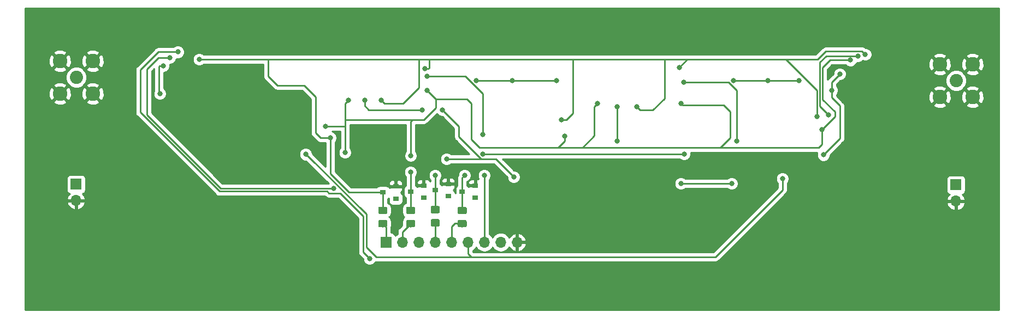
<source format=gbr>
G04 #@! TF.GenerationSoftware,KiCad,Pcbnew,5.0.2-bee76a0~70~ubuntu18.04.1*
G04 #@! TF.CreationDate,2019-04-19T15:30:24+03:00*
G04 #@! TF.ProjectId,bandpass_filter_design,62616e64-7061-4737-935f-66696c746572,rev?*
G04 #@! TF.SameCoordinates,Original*
G04 #@! TF.FileFunction,Copper,L2,Bot*
G04 #@! TF.FilePolarity,Positive*
%FSLAX46Y46*%
G04 Gerber Fmt 4.6, Leading zero omitted, Abs format (unit mm)*
G04 Created by KiCad (PCBNEW 5.0.2-bee76a0~70~ubuntu18.04.1) date Fri 19 Apr 2019 03:30:24 PM EEST*
%MOMM*%
%LPD*%
G01*
G04 APERTURE LIST*
G04 #@! TA.AperFunction,ComponentPad*
%ADD10R,1.700000X1.700000*%
G04 #@! TD*
G04 #@! TA.AperFunction,ComponentPad*
%ADD11O,1.700000X1.700000*%
G04 #@! TD*
G04 #@! TA.AperFunction,SMDPad,CuDef*
%ADD12R,0.900000X0.800000*%
G04 #@! TD*
G04 #@! TA.AperFunction,Conductor*
%ADD13C,0.100000*%
G04 #@! TD*
G04 #@! TA.AperFunction,SMDPad,CuDef*
%ADD14C,1.150000*%
G04 #@! TD*
G04 #@! TA.AperFunction,ComponentPad*
%ADD15C,2.250000*%
G04 #@! TD*
G04 #@! TA.AperFunction,ComponentPad*
%ADD16C,2.050000*%
G04 #@! TD*
G04 #@! TA.AperFunction,ViaPad*
%ADD17C,0.800000*%
G04 #@! TD*
G04 #@! TA.AperFunction,Conductor*
%ADD18C,0.250000*%
G04 #@! TD*
G04 #@! TA.AperFunction,Conductor*
%ADD19C,0.254000*%
G04 #@! TD*
G04 APERTURE END LIST*
D10*
G04 #@! TO.P,J2,1*
G04 #@! TO.N,Net-(J2-Pad1)*
X120142000Y-106934000D03*
D11*
G04 #@! TO.P,J2,2*
G04 #@! TO.N,Net-(J2-Pad2)*
X122682000Y-106934000D03*
G04 #@! TO.P,J2,3*
G04 #@! TO.N,Net-(J2-Pad3)*
X125222000Y-106934000D03*
G04 #@! TO.P,J2,4*
G04 #@! TO.N,Net-(J2-Pad4)*
X127762000Y-106934000D03*
G04 #@! TO.P,J2,5*
G04 #@! TO.N,Net-(J2-Pad5)*
X130302000Y-106934000D03*
G04 #@! TO.P,J2,6*
G04 #@! TO.N,/~ENres*
X132842000Y-106934000D03*
G04 #@! TO.P,J2,7*
G04 #@! TO.N,/~ENmid*
X135382000Y-106934000D03*
G04 #@! TO.P,J2,8*
G04 #@! TO.N,VDD*
X137922000Y-106934000D03*
G04 #@! TO.P,J2,9*
G04 #@! TO.N,GND*
X140462000Y-106934000D03*
G04 #@! TD*
D12*
G04 #@! TO.P,D1,2*
G04 #@! TO.N,GND*
X133969000Y-98110000D03*
G04 #@! TO.P,D1,*
G04 #@! TO.N,*
X133969000Y-100010000D03*
G04 #@! TO.P,D1,1*
G04 #@! TO.N,/ENinv_2*
X131969000Y-99060000D03*
G04 #@! TD*
G04 #@! TO.P,D2,2*
G04 #@! TO.N,GND*
X129778000Y-97856000D03*
G04 #@! TO.P,D2,*
G04 #@! TO.N,*
X129778000Y-99756000D03*
G04 #@! TO.P,D2,1*
G04 #@! TO.N,/ENinv_1*
X127778000Y-98806000D03*
G04 #@! TD*
G04 #@! TO.P,D4,2*
G04 #@! TO.N,GND*
X125968000Y-98110000D03*
G04 #@! TO.P,D4,*
G04 #@! TO.N,*
X125968000Y-100010000D03*
G04 #@! TO.P,D4,1*
G04 #@! TO.N,/CLK*
X123968000Y-99060000D03*
G04 #@! TD*
G04 #@! TO.P,D5,1*
G04 #@! TO.N,/DATA*
X119650000Y-99187000D03*
G04 #@! TO.P,D5,*
G04 #@! TO.N,*
X121650000Y-100137000D03*
G04 #@! TO.P,D5,2*
G04 #@! TO.N,GND*
X121650000Y-98237000D03*
G04 #@! TD*
D13*
G04 #@! TO.N,Net-(J2-Pad5)*
G04 #@! TO.C,R22*
G36*
X132427505Y-103457204D02*
X132451773Y-103460804D01*
X132475572Y-103466765D01*
X132498671Y-103475030D01*
X132520850Y-103485520D01*
X132541893Y-103498132D01*
X132561599Y-103512747D01*
X132579777Y-103529223D01*
X132596253Y-103547401D01*
X132610868Y-103567107D01*
X132623480Y-103588150D01*
X132633970Y-103610329D01*
X132642235Y-103633428D01*
X132648196Y-103657227D01*
X132651796Y-103681495D01*
X132653000Y-103705999D01*
X132653000Y-104356001D01*
X132651796Y-104380505D01*
X132648196Y-104404773D01*
X132642235Y-104428572D01*
X132633970Y-104451671D01*
X132623480Y-104473850D01*
X132610868Y-104494893D01*
X132596253Y-104514599D01*
X132579777Y-104532777D01*
X132561599Y-104549253D01*
X132541893Y-104563868D01*
X132520850Y-104576480D01*
X132498671Y-104586970D01*
X132475572Y-104595235D01*
X132451773Y-104601196D01*
X132427505Y-104604796D01*
X132403001Y-104606000D01*
X131502999Y-104606000D01*
X131478495Y-104604796D01*
X131454227Y-104601196D01*
X131430428Y-104595235D01*
X131407329Y-104586970D01*
X131385150Y-104576480D01*
X131364107Y-104563868D01*
X131344401Y-104549253D01*
X131326223Y-104532777D01*
X131309747Y-104514599D01*
X131295132Y-104494893D01*
X131282520Y-104473850D01*
X131272030Y-104451671D01*
X131263765Y-104428572D01*
X131257804Y-104404773D01*
X131254204Y-104380505D01*
X131253000Y-104356001D01*
X131253000Y-103705999D01*
X131254204Y-103681495D01*
X131257804Y-103657227D01*
X131263765Y-103633428D01*
X131272030Y-103610329D01*
X131282520Y-103588150D01*
X131295132Y-103567107D01*
X131309747Y-103547401D01*
X131326223Y-103529223D01*
X131344401Y-103512747D01*
X131364107Y-103498132D01*
X131385150Y-103485520D01*
X131407329Y-103475030D01*
X131430428Y-103466765D01*
X131454227Y-103460804D01*
X131478495Y-103457204D01*
X131502999Y-103456000D01*
X132403001Y-103456000D01*
X132427505Y-103457204D01*
X132427505Y-103457204D01*
G37*
D14*
G04 #@! TD*
G04 #@! TO.P,R22,1*
G04 #@! TO.N,Net-(J2-Pad5)*
X131953000Y-104031000D03*
D13*
G04 #@! TO.N,/ENinv_2*
G04 #@! TO.C,R22*
G36*
X132427505Y-101407204D02*
X132451773Y-101410804D01*
X132475572Y-101416765D01*
X132498671Y-101425030D01*
X132520850Y-101435520D01*
X132541893Y-101448132D01*
X132561599Y-101462747D01*
X132579777Y-101479223D01*
X132596253Y-101497401D01*
X132610868Y-101517107D01*
X132623480Y-101538150D01*
X132633970Y-101560329D01*
X132642235Y-101583428D01*
X132648196Y-101607227D01*
X132651796Y-101631495D01*
X132653000Y-101655999D01*
X132653000Y-102306001D01*
X132651796Y-102330505D01*
X132648196Y-102354773D01*
X132642235Y-102378572D01*
X132633970Y-102401671D01*
X132623480Y-102423850D01*
X132610868Y-102444893D01*
X132596253Y-102464599D01*
X132579777Y-102482777D01*
X132561599Y-102499253D01*
X132541893Y-102513868D01*
X132520850Y-102526480D01*
X132498671Y-102536970D01*
X132475572Y-102545235D01*
X132451773Y-102551196D01*
X132427505Y-102554796D01*
X132403001Y-102556000D01*
X131502999Y-102556000D01*
X131478495Y-102554796D01*
X131454227Y-102551196D01*
X131430428Y-102545235D01*
X131407329Y-102536970D01*
X131385150Y-102526480D01*
X131364107Y-102513868D01*
X131344401Y-102499253D01*
X131326223Y-102482777D01*
X131309747Y-102464599D01*
X131295132Y-102444893D01*
X131282520Y-102423850D01*
X131272030Y-102401671D01*
X131263765Y-102378572D01*
X131257804Y-102354773D01*
X131254204Y-102330505D01*
X131253000Y-102306001D01*
X131253000Y-101655999D01*
X131254204Y-101631495D01*
X131257804Y-101607227D01*
X131263765Y-101583428D01*
X131272030Y-101560329D01*
X131282520Y-101538150D01*
X131295132Y-101517107D01*
X131309747Y-101497401D01*
X131326223Y-101479223D01*
X131344401Y-101462747D01*
X131364107Y-101448132D01*
X131385150Y-101435520D01*
X131407329Y-101425030D01*
X131430428Y-101416765D01*
X131454227Y-101410804D01*
X131478495Y-101407204D01*
X131502999Y-101406000D01*
X132403001Y-101406000D01*
X132427505Y-101407204D01*
X132427505Y-101407204D01*
G37*
D14*
G04 #@! TD*
G04 #@! TO.P,R22,2*
G04 #@! TO.N,/ENinv_2*
X131953000Y-101981000D03*
D13*
G04 #@! TO.N,Net-(J2-Pad4)*
G04 #@! TO.C,R23*
G36*
X128236505Y-103321204D02*
X128260773Y-103324804D01*
X128284572Y-103330765D01*
X128307671Y-103339030D01*
X128329850Y-103349520D01*
X128350893Y-103362132D01*
X128370599Y-103376747D01*
X128388777Y-103393223D01*
X128405253Y-103411401D01*
X128419868Y-103431107D01*
X128432480Y-103452150D01*
X128442970Y-103474329D01*
X128451235Y-103497428D01*
X128457196Y-103521227D01*
X128460796Y-103545495D01*
X128462000Y-103569999D01*
X128462000Y-104220001D01*
X128460796Y-104244505D01*
X128457196Y-104268773D01*
X128451235Y-104292572D01*
X128442970Y-104315671D01*
X128432480Y-104337850D01*
X128419868Y-104358893D01*
X128405253Y-104378599D01*
X128388777Y-104396777D01*
X128370599Y-104413253D01*
X128350893Y-104427868D01*
X128329850Y-104440480D01*
X128307671Y-104450970D01*
X128284572Y-104459235D01*
X128260773Y-104465196D01*
X128236505Y-104468796D01*
X128212001Y-104470000D01*
X127311999Y-104470000D01*
X127287495Y-104468796D01*
X127263227Y-104465196D01*
X127239428Y-104459235D01*
X127216329Y-104450970D01*
X127194150Y-104440480D01*
X127173107Y-104427868D01*
X127153401Y-104413253D01*
X127135223Y-104396777D01*
X127118747Y-104378599D01*
X127104132Y-104358893D01*
X127091520Y-104337850D01*
X127081030Y-104315671D01*
X127072765Y-104292572D01*
X127066804Y-104268773D01*
X127063204Y-104244505D01*
X127062000Y-104220001D01*
X127062000Y-103569999D01*
X127063204Y-103545495D01*
X127066804Y-103521227D01*
X127072765Y-103497428D01*
X127081030Y-103474329D01*
X127091520Y-103452150D01*
X127104132Y-103431107D01*
X127118747Y-103411401D01*
X127135223Y-103393223D01*
X127153401Y-103376747D01*
X127173107Y-103362132D01*
X127194150Y-103349520D01*
X127216329Y-103339030D01*
X127239428Y-103330765D01*
X127263227Y-103324804D01*
X127287495Y-103321204D01*
X127311999Y-103320000D01*
X128212001Y-103320000D01*
X128236505Y-103321204D01*
X128236505Y-103321204D01*
G37*
D14*
G04 #@! TD*
G04 #@! TO.P,R23,1*
G04 #@! TO.N,Net-(J2-Pad4)*
X127762000Y-103895000D03*
D13*
G04 #@! TO.N,/ENinv_1*
G04 #@! TO.C,R23*
G36*
X128236505Y-101271204D02*
X128260773Y-101274804D01*
X128284572Y-101280765D01*
X128307671Y-101289030D01*
X128329850Y-101299520D01*
X128350893Y-101312132D01*
X128370599Y-101326747D01*
X128388777Y-101343223D01*
X128405253Y-101361401D01*
X128419868Y-101381107D01*
X128432480Y-101402150D01*
X128442970Y-101424329D01*
X128451235Y-101447428D01*
X128457196Y-101471227D01*
X128460796Y-101495495D01*
X128462000Y-101519999D01*
X128462000Y-102170001D01*
X128460796Y-102194505D01*
X128457196Y-102218773D01*
X128451235Y-102242572D01*
X128442970Y-102265671D01*
X128432480Y-102287850D01*
X128419868Y-102308893D01*
X128405253Y-102328599D01*
X128388777Y-102346777D01*
X128370599Y-102363253D01*
X128350893Y-102377868D01*
X128329850Y-102390480D01*
X128307671Y-102400970D01*
X128284572Y-102409235D01*
X128260773Y-102415196D01*
X128236505Y-102418796D01*
X128212001Y-102420000D01*
X127311999Y-102420000D01*
X127287495Y-102418796D01*
X127263227Y-102415196D01*
X127239428Y-102409235D01*
X127216329Y-102400970D01*
X127194150Y-102390480D01*
X127173107Y-102377868D01*
X127153401Y-102363253D01*
X127135223Y-102346777D01*
X127118747Y-102328599D01*
X127104132Y-102308893D01*
X127091520Y-102287850D01*
X127081030Y-102265671D01*
X127072765Y-102242572D01*
X127066804Y-102218773D01*
X127063204Y-102194505D01*
X127062000Y-102170001D01*
X127062000Y-101519999D01*
X127063204Y-101495495D01*
X127066804Y-101471227D01*
X127072765Y-101447428D01*
X127081030Y-101424329D01*
X127091520Y-101402150D01*
X127104132Y-101381107D01*
X127118747Y-101361401D01*
X127135223Y-101343223D01*
X127153401Y-101326747D01*
X127173107Y-101312132D01*
X127194150Y-101299520D01*
X127216329Y-101289030D01*
X127239428Y-101280765D01*
X127263227Y-101274804D01*
X127287495Y-101271204D01*
X127311999Y-101270000D01*
X128212001Y-101270000D01*
X128236505Y-101271204D01*
X128236505Y-101271204D01*
G37*
D14*
G04 #@! TD*
G04 #@! TO.P,R23,2*
G04 #@! TO.N,/ENinv_1*
X127762000Y-101845000D03*
D13*
G04 #@! TO.N,/CLK*
G04 #@! TO.C,R25*
G36*
X124426505Y-101398204D02*
X124450773Y-101401804D01*
X124474572Y-101407765D01*
X124497671Y-101416030D01*
X124519850Y-101426520D01*
X124540893Y-101439132D01*
X124560599Y-101453747D01*
X124578777Y-101470223D01*
X124595253Y-101488401D01*
X124609868Y-101508107D01*
X124622480Y-101529150D01*
X124632970Y-101551329D01*
X124641235Y-101574428D01*
X124647196Y-101598227D01*
X124650796Y-101622495D01*
X124652000Y-101646999D01*
X124652000Y-102297001D01*
X124650796Y-102321505D01*
X124647196Y-102345773D01*
X124641235Y-102369572D01*
X124632970Y-102392671D01*
X124622480Y-102414850D01*
X124609868Y-102435893D01*
X124595253Y-102455599D01*
X124578777Y-102473777D01*
X124560599Y-102490253D01*
X124540893Y-102504868D01*
X124519850Y-102517480D01*
X124497671Y-102527970D01*
X124474572Y-102536235D01*
X124450773Y-102542196D01*
X124426505Y-102545796D01*
X124402001Y-102547000D01*
X123501999Y-102547000D01*
X123477495Y-102545796D01*
X123453227Y-102542196D01*
X123429428Y-102536235D01*
X123406329Y-102527970D01*
X123384150Y-102517480D01*
X123363107Y-102504868D01*
X123343401Y-102490253D01*
X123325223Y-102473777D01*
X123308747Y-102455599D01*
X123294132Y-102435893D01*
X123281520Y-102414850D01*
X123271030Y-102392671D01*
X123262765Y-102369572D01*
X123256804Y-102345773D01*
X123253204Y-102321505D01*
X123252000Y-102297001D01*
X123252000Y-101646999D01*
X123253204Y-101622495D01*
X123256804Y-101598227D01*
X123262765Y-101574428D01*
X123271030Y-101551329D01*
X123281520Y-101529150D01*
X123294132Y-101508107D01*
X123308747Y-101488401D01*
X123325223Y-101470223D01*
X123343401Y-101453747D01*
X123363107Y-101439132D01*
X123384150Y-101426520D01*
X123406329Y-101416030D01*
X123429428Y-101407765D01*
X123453227Y-101401804D01*
X123477495Y-101398204D01*
X123501999Y-101397000D01*
X124402001Y-101397000D01*
X124426505Y-101398204D01*
X124426505Y-101398204D01*
G37*
D14*
G04 #@! TD*
G04 #@! TO.P,R25,2*
G04 #@! TO.N,/CLK*
X123952000Y-101972000D03*
D13*
G04 #@! TO.N,Net-(J2-Pad2)*
G04 #@! TO.C,R25*
G36*
X124426505Y-103448204D02*
X124450773Y-103451804D01*
X124474572Y-103457765D01*
X124497671Y-103466030D01*
X124519850Y-103476520D01*
X124540893Y-103489132D01*
X124560599Y-103503747D01*
X124578777Y-103520223D01*
X124595253Y-103538401D01*
X124609868Y-103558107D01*
X124622480Y-103579150D01*
X124632970Y-103601329D01*
X124641235Y-103624428D01*
X124647196Y-103648227D01*
X124650796Y-103672495D01*
X124652000Y-103696999D01*
X124652000Y-104347001D01*
X124650796Y-104371505D01*
X124647196Y-104395773D01*
X124641235Y-104419572D01*
X124632970Y-104442671D01*
X124622480Y-104464850D01*
X124609868Y-104485893D01*
X124595253Y-104505599D01*
X124578777Y-104523777D01*
X124560599Y-104540253D01*
X124540893Y-104554868D01*
X124519850Y-104567480D01*
X124497671Y-104577970D01*
X124474572Y-104586235D01*
X124450773Y-104592196D01*
X124426505Y-104595796D01*
X124402001Y-104597000D01*
X123501999Y-104597000D01*
X123477495Y-104595796D01*
X123453227Y-104592196D01*
X123429428Y-104586235D01*
X123406329Y-104577970D01*
X123384150Y-104567480D01*
X123363107Y-104554868D01*
X123343401Y-104540253D01*
X123325223Y-104523777D01*
X123308747Y-104505599D01*
X123294132Y-104485893D01*
X123281520Y-104464850D01*
X123271030Y-104442671D01*
X123262765Y-104419572D01*
X123256804Y-104395773D01*
X123253204Y-104371505D01*
X123252000Y-104347001D01*
X123252000Y-103696999D01*
X123253204Y-103672495D01*
X123256804Y-103648227D01*
X123262765Y-103624428D01*
X123271030Y-103601329D01*
X123281520Y-103579150D01*
X123294132Y-103558107D01*
X123308747Y-103538401D01*
X123325223Y-103520223D01*
X123343401Y-103503747D01*
X123363107Y-103489132D01*
X123384150Y-103476520D01*
X123406329Y-103466030D01*
X123429428Y-103457765D01*
X123453227Y-103451804D01*
X123477495Y-103448204D01*
X123501999Y-103447000D01*
X124402001Y-103447000D01*
X124426505Y-103448204D01*
X124426505Y-103448204D01*
G37*
D14*
G04 #@! TD*
G04 #@! TO.P,R25,1*
G04 #@! TO.N,Net-(J2-Pad2)*
X123952000Y-104022000D03*
D13*
G04 #@! TO.N,/DATA*
G04 #@! TO.C,R26*
G36*
X120108505Y-101398204D02*
X120132773Y-101401804D01*
X120156572Y-101407765D01*
X120179671Y-101416030D01*
X120201850Y-101426520D01*
X120222893Y-101439132D01*
X120242599Y-101453747D01*
X120260777Y-101470223D01*
X120277253Y-101488401D01*
X120291868Y-101508107D01*
X120304480Y-101529150D01*
X120314970Y-101551329D01*
X120323235Y-101574428D01*
X120329196Y-101598227D01*
X120332796Y-101622495D01*
X120334000Y-101646999D01*
X120334000Y-102297001D01*
X120332796Y-102321505D01*
X120329196Y-102345773D01*
X120323235Y-102369572D01*
X120314970Y-102392671D01*
X120304480Y-102414850D01*
X120291868Y-102435893D01*
X120277253Y-102455599D01*
X120260777Y-102473777D01*
X120242599Y-102490253D01*
X120222893Y-102504868D01*
X120201850Y-102517480D01*
X120179671Y-102527970D01*
X120156572Y-102536235D01*
X120132773Y-102542196D01*
X120108505Y-102545796D01*
X120084001Y-102547000D01*
X119183999Y-102547000D01*
X119159495Y-102545796D01*
X119135227Y-102542196D01*
X119111428Y-102536235D01*
X119088329Y-102527970D01*
X119066150Y-102517480D01*
X119045107Y-102504868D01*
X119025401Y-102490253D01*
X119007223Y-102473777D01*
X118990747Y-102455599D01*
X118976132Y-102435893D01*
X118963520Y-102414850D01*
X118953030Y-102392671D01*
X118944765Y-102369572D01*
X118938804Y-102345773D01*
X118935204Y-102321505D01*
X118934000Y-102297001D01*
X118934000Y-101646999D01*
X118935204Y-101622495D01*
X118938804Y-101598227D01*
X118944765Y-101574428D01*
X118953030Y-101551329D01*
X118963520Y-101529150D01*
X118976132Y-101508107D01*
X118990747Y-101488401D01*
X119007223Y-101470223D01*
X119025401Y-101453747D01*
X119045107Y-101439132D01*
X119066150Y-101426520D01*
X119088329Y-101416030D01*
X119111428Y-101407765D01*
X119135227Y-101401804D01*
X119159495Y-101398204D01*
X119183999Y-101397000D01*
X120084001Y-101397000D01*
X120108505Y-101398204D01*
X120108505Y-101398204D01*
G37*
D14*
G04 #@! TD*
G04 #@! TO.P,R26,2*
G04 #@! TO.N,/DATA*
X119634000Y-101972000D03*
D13*
G04 #@! TO.N,Net-(J2-Pad1)*
G04 #@! TO.C,R26*
G36*
X120108505Y-103448204D02*
X120132773Y-103451804D01*
X120156572Y-103457765D01*
X120179671Y-103466030D01*
X120201850Y-103476520D01*
X120222893Y-103489132D01*
X120242599Y-103503747D01*
X120260777Y-103520223D01*
X120277253Y-103538401D01*
X120291868Y-103558107D01*
X120304480Y-103579150D01*
X120314970Y-103601329D01*
X120323235Y-103624428D01*
X120329196Y-103648227D01*
X120332796Y-103672495D01*
X120334000Y-103696999D01*
X120334000Y-104347001D01*
X120332796Y-104371505D01*
X120329196Y-104395773D01*
X120323235Y-104419572D01*
X120314970Y-104442671D01*
X120304480Y-104464850D01*
X120291868Y-104485893D01*
X120277253Y-104505599D01*
X120260777Y-104523777D01*
X120242599Y-104540253D01*
X120222893Y-104554868D01*
X120201850Y-104567480D01*
X120179671Y-104577970D01*
X120156572Y-104586235D01*
X120132773Y-104592196D01*
X120108505Y-104595796D01*
X120084001Y-104597000D01*
X119183999Y-104597000D01*
X119159495Y-104595796D01*
X119135227Y-104592196D01*
X119111428Y-104586235D01*
X119088329Y-104577970D01*
X119066150Y-104567480D01*
X119045107Y-104554868D01*
X119025401Y-104540253D01*
X119007223Y-104523777D01*
X118990747Y-104505599D01*
X118976132Y-104485893D01*
X118963520Y-104464850D01*
X118953030Y-104442671D01*
X118944765Y-104419572D01*
X118938804Y-104395773D01*
X118935204Y-104371505D01*
X118934000Y-104347001D01*
X118934000Y-103696999D01*
X118935204Y-103672495D01*
X118938804Y-103648227D01*
X118944765Y-103624428D01*
X118953030Y-103601329D01*
X118963520Y-103579150D01*
X118976132Y-103558107D01*
X118990747Y-103538401D01*
X119007223Y-103520223D01*
X119025401Y-103503747D01*
X119045107Y-103489132D01*
X119066150Y-103476520D01*
X119088329Y-103466030D01*
X119111428Y-103457765D01*
X119135227Y-103451804D01*
X119159495Y-103448204D01*
X119183999Y-103447000D01*
X120084001Y-103447000D01*
X120108505Y-103448204D01*
X120108505Y-103448204D01*
G37*
D14*
G04 #@! TD*
G04 #@! TO.P,R26,1*
G04 #@! TO.N,Net-(J2-Pad1)*
X119634000Y-104022000D03*
D15*
G04 #@! TO.P,J1,2*
G04 #@! TO.N,GND*
X69596000Y-83820000D03*
X69596000Y-78740000D03*
X74676000Y-78740000D03*
X74676000Y-83820000D03*
D16*
G04 #@! TO.P,J1,1*
G04 #@! TO.N,/SIG_IN*
X72136000Y-81280000D03*
G04 #@! TD*
G04 #@! TO.P,J3,1*
G04 #@! TO.N,/SIG_OUT*
X208534000Y-81788000D03*
D15*
G04 #@! TO.P,J3,2*
G04 #@! TO.N,GND*
X205994000Y-79248000D03*
X205994000Y-84328000D03*
X211074000Y-84328000D03*
X211074000Y-79248000D03*
G04 #@! TD*
D10*
G04 #@! TO.P,J4,1*
G04 #@! TO.N,/SIG_IN*
X72100000Y-97900000D03*
D11*
G04 #@! TO.P,J4,2*
G04 #@! TO.N,GND*
X72100000Y-100440000D03*
G04 #@! TD*
G04 #@! TO.P,J5,2*
G04 #@! TO.N,GND*
X208500000Y-100540000D03*
D10*
G04 #@! TO.P,J5,1*
G04 #@! TO.N,/SIG_OUT*
X208500000Y-98000000D03*
G04 #@! TD*
D17*
G04 #@! TO.N,VDD*
X85090000Y-83820000D03*
X189230000Y-83312000D03*
X190500000Y-80772000D03*
X187960000Y-93345000D03*
X85598000Y-79502000D03*
X165862000Y-97790000D03*
X173736000Y-97790000D03*
G04 #@! TO.N,/~ENres*
X181610000Y-97028000D03*
X107696000Y-93255000D03*
G04 #@! TO.N,/CLK*
X110744000Y-88900000D03*
X147828000Y-90424000D03*
X187706000Y-89408000D03*
X114300000Y-84836000D03*
X126492000Y-83312000D03*
X152908000Y-85344000D03*
X165862000Y-85344000D03*
X112014000Y-98552000D03*
X192151000Y-78613000D03*
X113792000Y-92964000D03*
X86614000Y-78232000D03*
X123952000Y-96012000D03*
X123968000Y-93472000D03*
G04 #@! TO.N,/DATA*
X111506000Y-90678000D03*
X186944000Y-87376000D03*
X119380000Y-84836000D03*
X159004000Y-85852000D03*
X165608000Y-79756000D03*
X91186000Y-78486000D03*
X147320000Y-87884000D03*
X194437000Y-77724000D03*
X126200000Y-79900000D03*
G04 #@! TO.N,Net-(C10-Pad1)*
X134116653Y-81783347D03*
X139700000Y-81788000D03*
X146558000Y-81788000D03*
G04 #@! TO.N,/~ENmid*
X135382000Y-96520000D03*
G04 #@! TO.N,Net-(C12-Pad8)*
X179324000Y-81788000D03*
X173994653Y-81783347D03*
X184150000Y-81788000D03*
G04 #@! TO.N,/ENser*
X188722000Y-87122000D03*
X117602000Y-109474000D03*
X193294000Y-77978000D03*
X87884000Y-77343000D03*
G04 #@! TO.N,/ENinv_1*
X116840000Y-84836000D03*
X155956000Y-85852000D03*
X125730000Y-86360000D03*
X155956000Y-91186000D03*
X139954000Y-96774000D03*
X128905000Y-86360000D03*
X127762000Y-96520000D03*
X129540000Y-93980000D03*
G04 #@! TO.N,/ENinv_2*
X135128000Y-90170000D03*
X174498000Y-91186000D03*
X166370000Y-93218000D03*
X135128000Y-93218000D03*
X132334000Y-96520000D03*
X166344600Y-82067400D03*
X126500000Y-81100000D03*
G04 #@! TD*
D18*
G04 #@! TO.N,VDD*
X189230000Y-83312000D02*
X189230000Y-82042000D01*
X189230000Y-82042000D02*
X190500000Y-80772000D01*
X187960000Y-93345000D02*
X190500000Y-90805000D01*
X190500000Y-90805000D02*
X190500000Y-85725000D01*
X189230000Y-84455000D02*
X189230000Y-83312000D01*
X190500000Y-85725000D02*
X189230000Y-84455000D01*
X84944001Y-83674001D02*
X85090000Y-83820000D01*
X84944001Y-79590314D02*
X84944001Y-83674001D01*
X85032315Y-79502000D02*
X84944001Y-79590314D01*
X85598000Y-79502000D02*
X85032315Y-79502000D01*
X165862000Y-97790000D02*
X173736000Y-97790000D01*
G04 #@! TO.N,/~ENres*
X132842000Y-108712000D02*
X132842000Y-106934000D01*
X133350000Y-109220000D02*
X132842000Y-108712000D01*
X181610000Y-97028000D02*
X181610000Y-98806000D01*
X181610000Y-98806000D02*
X171196000Y-109220000D01*
X171196000Y-109220000D02*
X133604000Y-109220000D01*
X133604000Y-109220000D02*
X133350000Y-109220000D01*
X118618000Y-109220000D02*
X133604000Y-109220000D01*
X117094000Y-107696000D02*
X118618000Y-109220000D01*
X117094000Y-102558998D02*
X117094000Y-107696000D01*
X107913000Y-93472000D02*
X108007002Y-93472000D01*
X107696000Y-93255000D02*
X107913000Y-93472000D01*
X108007002Y-93472000D02*
X117094000Y-102558998D01*
G04 #@! TO.N,/CLK*
X113783000Y-88900000D02*
X113792000Y-88909000D01*
X110744000Y-88900000D02*
X113783000Y-88900000D01*
X132686594Y-84680594D02*
X133350000Y-85344000D01*
X133350000Y-85344000D02*
X133350000Y-90932000D01*
X147828000Y-90424000D02*
X147828000Y-91186000D01*
X147828000Y-91186000D02*
X146812000Y-92202000D01*
X134620000Y-92202000D02*
X133350000Y-90932000D01*
X146812000Y-92202000D02*
X134620000Y-92202000D01*
X150607000Y-92202000D02*
X146812000Y-92202000D01*
X152428600Y-90380400D02*
X150607000Y-92202000D01*
X152428600Y-89705400D02*
X152428600Y-90380400D01*
X171958000Y-92202000D02*
X150607000Y-92202000D01*
X187198000Y-92202000D02*
X171958000Y-92202000D01*
X187706000Y-89408000D02*
X187706000Y-91694000D01*
X187706000Y-91694000D02*
X187198000Y-92202000D01*
X127860594Y-84680594D02*
X126492000Y-83312000D01*
X128215952Y-84680594D02*
X127860594Y-84680594D01*
X152428600Y-85823400D02*
X152908000Y-85344000D01*
X113792000Y-85852000D02*
X113792000Y-85344000D01*
X113792000Y-85344000D02*
X114300000Y-84836000D01*
X130265952Y-84680594D02*
X130429000Y-84680594D01*
X128215952Y-84680594D02*
X130429000Y-84680594D01*
X130429000Y-84680594D02*
X132686594Y-84680594D01*
X113792000Y-86859000D02*
X113792000Y-86614000D01*
X113792000Y-86614000D02*
X113792000Y-85852000D01*
X152428600Y-89705400D02*
X152428600Y-87122000D01*
X152428600Y-87655400D02*
X152428600Y-87122000D01*
X152428600Y-87122000D02*
X152428600Y-85823400D01*
X172491400Y-85623400D02*
X173482000Y-86614000D01*
X165862000Y-85344000D02*
X166141400Y-85623400D01*
X173482000Y-90678000D02*
X171958000Y-92202000D01*
X173482000Y-86614000D02*
X173482000Y-90678000D01*
X166141400Y-85623400D02*
X172491400Y-85623400D01*
X123968000Y-101956000D02*
X123952000Y-101972000D01*
X123968000Y-99060000D02*
X123968000Y-101956000D01*
X112014000Y-98552000D02*
X94488000Y-98552000D01*
X94488000Y-98552000D02*
X83058000Y-87122000D01*
X189738000Y-87376000D02*
X189738000Y-86614000D01*
X189738000Y-86614000D02*
X187844020Y-84720020D01*
X187844020Y-80379980D02*
X187844020Y-79744980D01*
X188976000Y-78613000D02*
X192151000Y-78613000D01*
X187844020Y-79744980D02*
X188976000Y-78613000D01*
X187706000Y-89408000D02*
X189738000Y-87376000D01*
X187844020Y-84720020D02*
X187844020Y-80379980D01*
X113792000Y-87884000D02*
X113792000Y-86614000D01*
X113792000Y-88909000D02*
X113792000Y-87884000D01*
X113792000Y-92964000D02*
X113792000Y-88909000D01*
X123968000Y-99060000D02*
X123698000Y-99060000D01*
X125984000Y-87884000D02*
X127860594Y-86007406D01*
X127860594Y-86007406D02*
X127860594Y-84680594D01*
X123968000Y-88122000D02*
X124206000Y-87884000D01*
X113792000Y-87884000D02*
X124206000Y-87884000D01*
X124206000Y-87884000D02*
X125984000Y-87884000D01*
X83058000Y-80010000D02*
X84836000Y-78232000D01*
X83058000Y-87122000D02*
X83058000Y-80010000D01*
X84836000Y-78232000D02*
X86614000Y-78232000D01*
X123952000Y-99044000D02*
X123968000Y-99060000D01*
X123952000Y-96012000D02*
X123952000Y-99044000D01*
X123968000Y-92202000D02*
X123968000Y-93472000D01*
X123968000Y-92202000D02*
X123968000Y-88122000D01*
G04 #@! TO.N,/DATA*
X186944000Y-87376000D02*
X186944000Y-83312000D01*
X186944000Y-83312000D02*
X182143400Y-78511400D01*
X159540600Y-86388600D02*
X159004000Y-85852000D01*
X166852600Y-78511400D02*
X165608000Y-79756000D01*
X119888000Y-85344000D02*
X119380000Y-84836000D01*
X168176600Y-78511400D02*
X170815000Y-78511400D01*
X170226600Y-78511400D02*
X170815000Y-78511400D01*
X170815000Y-78511400D02*
X173228000Y-78511400D01*
X119634000Y-99203000D02*
X119650000Y-99187000D01*
X119634000Y-101972000D02*
X119634000Y-99203000D01*
X111506000Y-96266000D02*
X111506000Y-90678000D01*
X119650000Y-99187000D02*
X114427000Y-99187000D01*
X114427000Y-99187000D02*
X111506000Y-96266000D01*
X119888000Y-85344000D02*
X122809000Y-85344000D01*
X122809000Y-85344000D02*
X125222000Y-82931000D01*
X109220000Y-89916000D02*
X109982000Y-90678000D01*
X110490000Y-90678000D02*
X111506000Y-90678000D01*
X109982000Y-90678000D02*
X110490000Y-90678000D01*
X107442000Y-82550000D02*
X109220000Y-84328000D01*
X101854000Y-81083002D02*
X103320998Y-82550000D01*
X103320998Y-82550000D02*
X107442000Y-82550000D01*
X109220000Y-84328000D02*
X109220000Y-89916000D01*
X173482000Y-78511400D02*
X173228000Y-78511400D01*
X182143400Y-78511400D02*
X173482000Y-78511400D01*
X126902946Y-78511400D02*
X126877546Y-78486000D01*
X167132000Y-78511400D02*
X166852600Y-78511400D01*
X168176600Y-78511400D02*
X167132000Y-78511400D01*
X126877546Y-78486000D02*
X125222000Y-78486000D01*
X125222000Y-78486000D02*
X125222000Y-82931000D01*
X125222000Y-78486000D02*
X101854000Y-78486000D01*
X101854000Y-78486000D02*
X101854000Y-81083002D01*
X101854000Y-78486000D02*
X91186000Y-78486000D01*
X147320000Y-87884000D02*
X148082000Y-87884000D01*
X148082000Y-87884000D02*
X149098000Y-86868000D01*
X150749000Y-78511400D02*
X149199600Y-78511400D01*
X149199600Y-78511400D02*
X149098000Y-78613000D01*
X149098000Y-86868000D02*
X149098000Y-78613000D01*
X150749000Y-78511400D02*
X126902946Y-78511400D01*
X159004000Y-78511400D02*
X150749000Y-78511400D01*
X163296600Y-78511400D02*
X163322000Y-78486000D01*
X159004000Y-78511400D02*
X163296600Y-78511400D01*
X163322000Y-78638400D02*
X163449000Y-78511400D01*
X167132000Y-78511400D02*
X163449000Y-78511400D01*
X163449000Y-78511400D02*
X159004000Y-78511400D01*
X182143400Y-78511400D02*
X187045600Y-78511400D01*
X187045600Y-78511400D02*
X188341000Y-77216000D01*
X193929000Y-77216000D02*
X194437000Y-77724000D01*
X193421000Y-77216000D02*
X193929000Y-77216000D01*
X188341000Y-77216000D02*
X193421000Y-77216000D01*
X161515400Y-86388600D02*
X163322000Y-84582000D01*
X159540600Y-86388600D02*
X161515400Y-86388600D01*
X163322000Y-84582000D02*
X163322000Y-78638400D01*
X126877546Y-79788139D02*
X126877546Y-79600000D01*
X126765685Y-79900000D02*
X126877546Y-79788139D01*
X126200000Y-79900000D02*
X126765685Y-79900000D01*
X126877546Y-78486000D02*
X126877546Y-79600000D01*
G04 #@! TO.N,Net-(C10-Pad1)*
X134116653Y-81783347D02*
X139695347Y-81783347D01*
X139695347Y-81783347D02*
X139700000Y-81788000D01*
X139700000Y-81788000D02*
X146558000Y-81788000D01*
G04 #@! TO.N,/~ENmid*
X135382000Y-106934000D02*
X135382000Y-96520000D01*
G04 #@! TO.N,Net-(C12-Pad8)*
X179319347Y-81783347D02*
X179324000Y-81788000D01*
X173994653Y-81783347D02*
X179319347Y-81783347D01*
X179324000Y-81788000D02*
X184150000Y-81788000D01*
G04 #@! TO.N,/ENser*
X82042000Y-84836000D02*
X82042000Y-85344000D01*
X116586000Y-108458000D02*
X117602000Y-109474000D01*
X116586000Y-102870000D02*
X116586000Y-108458000D01*
X82042000Y-86742410D02*
X94301600Y-99002010D01*
X82042000Y-84836000D02*
X82042000Y-86742410D01*
X94301600Y-99002010D02*
X110998000Y-99002010D01*
X110998000Y-99002010D02*
X111309990Y-99314000D01*
X111309990Y-99314000D02*
X113030000Y-99314000D01*
X113030000Y-99314000D02*
X116586000Y-102870000D01*
X187394010Y-85794010D02*
X187394010Y-78924990D01*
X188722000Y-87122000D02*
X187394010Y-85794010D01*
X193253999Y-77937999D02*
X193294000Y-77978000D01*
X187394010Y-78924990D02*
X188381001Y-77937999D01*
X188381001Y-77937999D02*
X193253999Y-77937999D01*
X84836000Y-77343000D02*
X87884000Y-77343000D01*
X82042000Y-80137000D02*
X84836000Y-77343000D01*
X82042000Y-80137000D02*
X82042000Y-84836000D01*
G04 #@! TO.N,/ENinv_1*
X155984600Y-87646400D02*
X155984600Y-85880600D01*
X155984600Y-85880600D02*
X155956000Y-85852000D01*
X127762000Y-98822000D02*
X127778000Y-98806000D01*
X127762000Y-101845000D02*
X127762000Y-98822000D01*
X155984600Y-89916000D02*
X155984600Y-86896600D01*
X155984600Y-89696400D02*
X155984600Y-89916000D01*
X116840000Y-85725000D02*
X117475000Y-86360000D01*
X116840000Y-84836000D02*
X116840000Y-85725000D01*
X124460000Y-86360000D02*
X125730000Y-86360000D01*
X117475000Y-86360000D02*
X124460000Y-86360000D01*
X155984600Y-91157400D02*
X155956000Y-91186000D01*
X155984600Y-89916000D02*
X155984600Y-91157400D01*
X138430000Y-95250000D02*
X139954000Y-96774000D01*
X128905000Y-86360000D02*
X131445000Y-88900000D01*
X131445000Y-90534002D02*
X134890998Y-93980000D01*
X131445000Y-88900000D02*
X131445000Y-90534002D01*
X137160000Y-93980000D02*
X138430000Y-95250000D01*
X129540000Y-93980000D02*
X135128000Y-93980000D01*
X134890998Y-93980000D02*
X135128000Y-93980000D01*
X135128000Y-93980000D02*
X137160000Y-93980000D01*
X127778000Y-98156000D02*
X127762000Y-98140000D01*
X127778000Y-98806000D02*
X127778000Y-98156000D01*
X127762000Y-98140000D02*
X127762000Y-96520000D01*
G04 #@! TO.N,/ENinv_2*
X132432594Y-81124594D02*
X135128000Y-83820000D01*
X135128000Y-83820000D02*
X135128000Y-90170000D01*
X173253400Y-82067400D02*
X174498000Y-83312000D01*
X174498000Y-83312000D02*
X174498000Y-91186000D01*
X168167600Y-82067400D02*
X166344600Y-82067400D01*
X130265952Y-81124594D02*
X130810000Y-81124594D01*
X130810000Y-81124594D02*
X132432594Y-81124594D01*
X166370000Y-93218000D02*
X135128000Y-93218000D01*
X128215952Y-81124594D02*
X130810000Y-81124594D01*
X127155406Y-81124594D02*
X128215952Y-81124594D01*
X168167600Y-82067400D02*
X170815000Y-82067400D01*
X170217600Y-82067400D02*
X170815000Y-82067400D01*
X170815000Y-82067400D02*
X173253400Y-82067400D01*
X131969000Y-101965000D02*
X131953000Y-101981000D01*
X131969000Y-99060000D02*
X131969000Y-101965000D01*
X131969000Y-99060000D02*
X131969000Y-98187000D01*
X131969000Y-98187000D02*
X131969000Y-96885000D01*
X131969000Y-96885000D02*
X132334000Y-96520000D01*
X127155406Y-81124594D02*
X126524594Y-81124594D01*
X126524594Y-81124594D02*
X126500000Y-81100000D01*
G04 #@! TO.N,Net-(J2-Pad1)*
X120142000Y-104530000D02*
X119634000Y-104022000D01*
X120142000Y-106934000D02*
X120142000Y-104530000D01*
G04 #@! TO.N,Net-(J2-Pad2)*
X122682000Y-105292000D02*
X122682000Y-106934000D01*
X123952000Y-104022000D02*
X122682000Y-105292000D01*
G04 #@! TO.N,Net-(J2-Pad4)*
X127762000Y-103895000D02*
X127762000Y-106934000D01*
G04 #@! TO.N,Net-(J2-Pad5)*
X131153000Y-104031000D02*
X131135000Y-104013000D01*
X131953000Y-104031000D02*
X131153000Y-104031000D01*
X131135000Y-104013000D02*
X130810000Y-104013000D01*
X130302000Y-104521000D02*
X130302000Y-106934000D01*
X130810000Y-104013000D02*
X130302000Y-104521000D01*
G04 #@! TD*
D19*
G04 #@! TO.N,GND*
G36*
X215190001Y-117400000D02*
X64210000Y-117400000D01*
X64210000Y-100796890D01*
X70658524Y-100796890D01*
X70828355Y-101206924D01*
X71218642Y-101635183D01*
X71743108Y-101881486D01*
X71973000Y-101760819D01*
X71973000Y-100567000D01*
X72227000Y-100567000D01*
X72227000Y-101760819D01*
X72456892Y-101881486D01*
X72981358Y-101635183D01*
X73371645Y-101206924D01*
X73541476Y-100796890D01*
X73420155Y-100567000D01*
X72227000Y-100567000D01*
X71973000Y-100567000D01*
X70779845Y-100567000D01*
X70658524Y-100796890D01*
X64210000Y-100796890D01*
X64210000Y-97050000D01*
X70602560Y-97050000D01*
X70602560Y-98750000D01*
X70651843Y-98997765D01*
X70792191Y-99207809D01*
X71002235Y-99348157D01*
X71105708Y-99368739D01*
X70828355Y-99673076D01*
X70658524Y-100083110D01*
X70779845Y-100313000D01*
X71973000Y-100313000D01*
X71973000Y-100293000D01*
X72227000Y-100293000D01*
X72227000Y-100313000D01*
X73420155Y-100313000D01*
X73541476Y-100083110D01*
X73371645Y-99673076D01*
X73094292Y-99368739D01*
X73197765Y-99348157D01*
X73407809Y-99207809D01*
X73548157Y-98997765D01*
X73597440Y-98750000D01*
X73597440Y-97050000D01*
X73548157Y-96802235D01*
X73407809Y-96592191D01*
X73197765Y-96451843D01*
X72950000Y-96402560D01*
X71250000Y-96402560D01*
X71002235Y-96451843D01*
X70792191Y-96592191D01*
X70651843Y-96802235D01*
X70602560Y-97050000D01*
X64210000Y-97050000D01*
X64210000Y-85062947D01*
X68532658Y-85062947D01*
X68646621Y-85342773D01*
X69301629Y-85590170D01*
X70001451Y-85568075D01*
X70545379Y-85342773D01*
X70659342Y-85062947D01*
X73612658Y-85062947D01*
X73726621Y-85342773D01*
X74381629Y-85590170D01*
X75081451Y-85568075D01*
X75625379Y-85342773D01*
X75739342Y-85062947D01*
X74676000Y-83999605D01*
X73612658Y-85062947D01*
X70659342Y-85062947D01*
X69596000Y-83999605D01*
X68532658Y-85062947D01*
X64210000Y-85062947D01*
X64210000Y-83525629D01*
X67825830Y-83525629D01*
X67847925Y-84225451D01*
X68073227Y-84769379D01*
X68353053Y-84883342D01*
X69416395Y-83820000D01*
X69775605Y-83820000D01*
X70838947Y-84883342D01*
X71118773Y-84769379D01*
X71366170Y-84114371D01*
X71347583Y-83525629D01*
X72905830Y-83525629D01*
X72927925Y-84225451D01*
X73153227Y-84769379D01*
X73433053Y-84883342D01*
X74496395Y-83820000D01*
X74855605Y-83820000D01*
X75918947Y-84883342D01*
X76198773Y-84769379D01*
X76446170Y-84114371D01*
X76424075Y-83414549D01*
X76198773Y-82870621D01*
X75918947Y-82756658D01*
X74855605Y-83820000D01*
X74496395Y-83820000D01*
X73433053Y-82756658D01*
X73153227Y-82870621D01*
X72905830Y-83525629D01*
X71347583Y-83525629D01*
X71344075Y-83414549D01*
X71118773Y-82870621D01*
X70838947Y-82756658D01*
X69775605Y-83820000D01*
X69416395Y-83820000D01*
X68353053Y-82756658D01*
X68073227Y-82870621D01*
X67825830Y-83525629D01*
X64210000Y-83525629D01*
X64210000Y-82577053D01*
X68532658Y-82577053D01*
X69596000Y-83640395D01*
X70659342Y-82577053D01*
X70545379Y-82297227D01*
X69890371Y-82049830D01*
X69190549Y-82071925D01*
X68646621Y-82297227D01*
X68532658Y-82577053D01*
X64210000Y-82577053D01*
X64210000Y-80949806D01*
X70476000Y-80949806D01*
X70476000Y-81610194D01*
X70728720Y-82220314D01*
X71195686Y-82687280D01*
X71805806Y-82940000D01*
X72466194Y-82940000D01*
X73076314Y-82687280D01*
X73186541Y-82577053D01*
X73612658Y-82577053D01*
X74676000Y-83640395D01*
X75739342Y-82577053D01*
X75625379Y-82297227D01*
X74970371Y-82049830D01*
X74270549Y-82071925D01*
X73726621Y-82297227D01*
X73612658Y-82577053D01*
X73186541Y-82577053D01*
X73543280Y-82220314D01*
X73796000Y-81610194D01*
X73796000Y-80949806D01*
X73543280Y-80339686D01*
X73186541Y-79982947D01*
X73612658Y-79982947D01*
X73726621Y-80262773D01*
X74381629Y-80510170D01*
X75081451Y-80488075D01*
X75625379Y-80262773D01*
X75676601Y-80137000D01*
X81267112Y-80137000D01*
X81282000Y-80211847D01*
X81282001Y-84761144D01*
X81282000Y-84761149D01*
X81282001Y-86667558D01*
X81267112Y-86742410D01*
X81326097Y-87038947D01*
X81412392Y-87168096D01*
X81494072Y-87290339D01*
X81557528Y-87332739D01*
X93711270Y-99486482D01*
X93753671Y-99549939D01*
X94005063Y-99717914D01*
X94226748Y-99762010D01*
X94226752Y-99762010D01*
X94301600Y-99776898D01*
X94376448Y-99762010D01*
X110683198Y-99762010D01*
X110719660Y-99798472D01*
X110762061Y-99861929D01*
X111013453Y-100029904D01*
X111235138Y-100074000D01*
X111235142Y-100074000D01*
X111309989Y-100088888D01*
X111384836Y-100074000D01*
X112715199Y-100074000D01*
X115826000Y-103184803D01*
X115826001Y-108383148D01*
X115811112Y-108458000D01*
X115870097Y-108754537D01*
X115891689Y-108786851D01*
X116038072Y-109005929D01*
X116101528Y-109048329D01*
X116567000Y-109513802D01*
X116567000Y-109679874D01*
X116724569Y-110060280D01*
X117015720Y-110351431D01*
X117396126Y-110509000D01*
X117807874Y-110509000D01*
X118188280Y-110351431D01*
X118479431Y-110060280D01*
X118515003Y-109974402D01*
X118543148Y-109980000D01*
X118543152Y-109980000D01*
X118617999Y-109994888D01*
X118692846Y-109980000D01*
X133275152Y-109980000D01*
X133349999Y-109994888D01*
X133424846Y-109980000D01*
X171121153Y-109980000D01*
X171196000Y-109994888D01*
X171270847Y-109980000D01*
X171270852Y-109980000D01*
X171492537Y-109935904D01*
X171743929Y-109767929D01*
X171786331Y-109704470D01*
X180593911Y-100896890D01*
X207058524Y-100896890D01*
X207228355Y-101306924D01*
X207618642Y-101735183D01*
X208143108Y-101981486D01*
X208373000Y-101860819D01*
X208373000Y-100667000D01*
X208627000Y-100667000D01*
X208627000Y-101860819D01*
X208856892Y-101981486D01*
X209381358Y-101735183D01*
X209771645Y-101306924D01*
X209941476Y-100896890D01*
X209820155Y-100667000D01*
X208627000Y-100667000D01*
X208373000Y-100667000D01*
X207179845Y-100667000D01*
X207058524Y-100896890D01*
X180593911Y-100896890D01*
X182094473Y-99396329D01*
X182157929Y-99353929D01*
X182325904Y-99102537D01*
X182370000Y-98880852D01*
X182370000Y-98880848D01*
X182384888Y-98806001D01*
X182370000Y-98731154D01*
X182370000Y-97731711D01*
X182487431Y-97614280D01*
X182645000Y-97233874D01*
X182645000Y-97150000D01*
X207002560Y-97150000D01*
X207002560Y-98850000D01*
X207051843Y-99097765D01*
X207192191Y-99307809D01*
X207402235Y-99448157D01*
X207505708Y-99468739D01*
X207228355Y-99773076D01*
X207058524Y-100183110D01*
X207179845Y-100413000D01*
X208373000Y-100413000D01*
X208373000Y-100393000D01*
X208627000Y-100393000D01*
X208627000Y-100413000D01*
X209820155Y-100413000D01*
X209941476Y-100183110D01*
X209771645Y-99773076D01*
X209494292Y-99468739D01*
X209597765Y-99448157D01*
X209807809Y-99307809D01*
X209948157Y-99097765D01*
X209997440Y-98850000D01*
X209997440Y-97150000D01*
X209948157Y-96902235D01*
X209807809Y-96692191D01*
X209597765Y-96551843D01*
X209350000Y-96502560D01*
X207650000Y-96502560D01*
X207402235Y-96551843D01*
X207192191Y-96692191D01*
X207051843Y-96902235D01*
X207002560Y-97150000D01*
X182645000Y-97150000D01*
X182645000Y-96822126D01*
X182487431Y-96441720D01*
X182196280Y-96150569D01*
X181815874Y-95993000D01*
X181404126Y-95993000D01*
X181023720Y-96150569D01*
X180732569Y-96441720D01*
X180575000Y-96822126D01*
X180575000Y-97233874D01*
X180732569Y-97614280D01*
X180850000Y-97731711D01*
X180850001Y-98491197D01*
X170881199Y-108460000D01*
X133664802Y-108460000D01*
X133602000Y-108397198D01*
X133602000Y-108212178D01*
X133912625Y-108004625D01*
X134112000Y-107706239D01*
X134311375Y-108004625D01*
X134802582Y-108332839D01*
X135235744Y-108419000D01*
X135528256Y-108419000D01*
X135961418Y-108332839D01*
X136452625Y-108004625D01*
X136652000Y-107706239D01*
X136851375Y-108004625D01*
X137342582Y-108332839D01*
X137775744Y-108419000D01*
X138068256Y-108419000D01*
X138501418Y-108332839D01*
X138992625Y-108004625D01*
X139205843Y-107685522D01*
X139266817Y-107815358D01*
X139695076Y-108205645D01*
X140105110Y-108375476D01*
X140335000Y-108254155D01*
X140335000Y-107061000D01*
X140589000Y-107061000D01*
X140589000Y-108254155D01*
X140818890Y-108375476D01*
X141228924Y-108205645D01*
X141657183Y-107815358D01*
X141903486Y-107290892D01*
X141782819Y-107061000D01*
X140589000Y-107061000D01*
X140335000Y-107061000D01*
X140315000Y-107061000D01*
X140315000Y-106807000D01*
X140335000Y-106807000D01*
X140335000Y-105613845D01*
X140589000Y-105613845D01*
X140589000Y-106807000D01*
X141782819Y-106807000D01*
X141903486Y-106577108D01*
X141657183Y-106052642D01*
X141228924Y-105662355D01*
X140818890Y-105492524D01*
X140589000Y-105613845D01*
X140335000Y-105613845D01*
X140105110Y-105492524D01*
X139695076Y-105662355D01*
X139266817Y-106052642D01*
X139205843Y-106182478D01*
X138992625Y-105863375D01*
X138501418Y-105535161D01*
X138068256Y-105449000D01*
X137775744Y-105449000D01*
X137342582Y-105535161D01*
X136851375Y-105863375D01*
X136652000Y-106161761D01*
X136452625Y-105863375D01*
X136142000Y-105655822D01*
X136142000Y-97223711D01*
X136259431Y-97106280D01*
X136417000Y-96725874D01*
X136417000Y-96314126D01*
X136259431Y-95933720D01*
X135968280Y-95642569D01*
X135587874Y-95485000D01*
X135176126Y-95485000D01*
X134795720Y-95642569D01*
X134504569Y-95933720D01*
X134347000Y-96314126D01*
X134347000Y-96725874D01*
X134491612Y-97075000D01*
X134254750Y-97075000D01*
X134096000Y-97233750D01*
X134096000Y-97983000D01*
X134116000Y-97983000D01*
X134116000Y-98237000D01*
X134096000Y-98237000D01*
X134096000Y-98257000D01*
X133842000Y-98257000D01*
X133842000Y-98237000D01*
X133042750Y-98237000D01*
X132957219Y-98322531D01*
X132876809Y-98202191D01*
X132729000Y-98103427D01*
X132729000Y-97583690D01*
X132884000Y-97583690D01*
X132884000Y-97824250D01*
X133042750Y-97983000D01*
X133842000Y-97983000D01*
X133842000Y-97233750D01*
X133683250Y-97075000D01*
X133392691Y-97075000D01*
X133159302Y-97171673D01*
X132980673Y-97350301D01*
X132884000Y-97583690D01*
X132729000Y-97583690D01*
X132729000Y-97476662D01*
X132920280Y-97397431D01*
X133211431Y-97106280D01*
X133369000Y-96725874D01*
X133369000Y-96314126D01*
X133211431Y-95933720D01*
X132920280Y-95642569D01*
X132539874Y-95485000D01*
X132128126Y-95485000D01*
X131747720Y-95642569D01*
X131456569Y-95933720D01*
X131299000Y-96314126D01*
X131299000Y-96519764D01*
X131253097Y-96588463D01*
X131194112Y-96885000D01*
X131209001Y-96959851D01*
X131209000Y-98103427D01*
X131061191Y-98202191D01*
X130920843Y-98412235D01*
X130871560Y-98660000D01*
X130871560Y-99336494D01*
X130826157Y-99108235D01*
X130685809Y-98898191D01*
X130552306Y-98808987D01*
X130587698Y-98794327D01*
X130766327Y-98615699D01*
X130863000Y-98382310D01*
X130863000Y-98141750D01*
X130704250Y-97983000D01*
X129905000Y-97983000D01*
X129905000Y-98003000D01*
X129651000Y-98003000D01*
X129651000Y-97983000D01*
X128851750Y-97983000D01*
X128766219Y-98068531D01*
X128685809Y-97948191D01*
X128522000Y-97838736D01*
X128522000Y-97329690D01*
X128693000Y-97329690D01*
X128693000Y-97570250D01*
X128851750Y-97729000D01*
X129651000Y-97729000D01*
X129651000Y-96979750D01*
X129905000Y-96979750D01*
X129905000Y-97729000D01*
X130704250Y-97729000D01*
X130863000Y-97570250D01*
X130863000Y-97329690D01*
X130766327Y-97096301D01*
X130587698Y-96917673D01*
X130354309Y-96821000D01*
X130063750Y-96821000D01*
X129905000Y-96979750D01*
X129651000Y-96979750D01*
X129492250Y-96821000D01*
X129201691Y-96821000D01*
X128968302Y-96917673D01*
X128789673Y-97096301D01*
X128693000Y-97329690D01*
X128522000Y-97329690D01*
X128522000Y-97223711D01*
X128639431Y-97106280D01*
X128797000Y-96725874D01*
X128797000Y-96314126D01*
X128639431Y-95933720D01*
X128348280Y-95642569D01*
X127967874Y-95485000D01*
X127556126Y-95485000D01*
X127175720Y-95642569D01*
X126884569Y-95933720D01*
X126727000Y-96314126D01*
X126727000Y-96725874D01*
X126884569Y-97106280D01*
X127002001Y-97223712D01*
X127002000Y-97460566D01*
X126956327Y-97350301D01*
X126777698Y-97171673D01*
X126544309Y-97075000D01*
X126253750Y-97075000D01*
X126095000Y-97233750D01*
X126095000Y-97983000D01*
X126115000Y-97983000D01*
X126115000Y-98237000D01*
X126095000Y-98237000D01*
X126095000Y-98257000D01*
X125841000Y-98257000D01*
X125841000Y-98237000D01*
X125041750Y-98237000D01*
X124956219Y-98322531D01*
X124875809Y-98202191D01*
X124712000Y-98092736D01*
X124712000Y-97583690D01*
X124883000Y-97583690D01*
X124883000Y-97824250D01*
X125041750Y-97983000D01*
X125841000Y-97983000D01*
X125841000Y-97233750D01*
X125682250Y-97075000D01*
X125391691Y-97075000D01*
X125158302Y-97171673D01*
X124979673Y-97350301D01*
X124883000Y-97583690D01*
X124712000Y-97583690D01*
X124712000Y-96715711D01*
X124829431Y-96598280D01*
X124987000Y-96217874D01*
X124987000Y-95806126D01*
X124829431Y-95425720D01*
X124538280Y-95134569D01*
X124157874Y-94977000D01*
X123746126Y-94977000D01*
X123365720Y-95134569D01*
X123074569Y-95425720D01*
X122917000Y-95806126D01*
X122917000Y-96217874D01*
X123074569Y-96598280D01*
X123192000Y-96715711D01*
X123192001Y-98114118D01*
X123060191Y-98202191D01*
X122919843Y-98412235D01*
X122870560Y-98660000D01*
X122870560Y-99460000D01*
X122919843Y-99707765D01*
X123060191Y-99917809D01*
X123208000Y-100016573D01*
X123208001Y-100808040D01*
X123158564Y-100817873D01*
X122867414Y-101012414D01*
X122672873Y-101303564D01*
X122604560Y-101646999D01*
X122604560Y-102297001D01*
X122672873Y-102640436D01*
X122867414Y-102931586D01*
X122965313Y-102997000D01*
X122867414Y-103062414D01*
X122672873Y-103353564D01*
X122604560Y-103696999D01*
X122604560Y-104294639D01*
X122197530Y-104701669D01*
X122134071Y-104744071D01*
X121966096Y-104995464D01*
X121922000Y-105217149D01*
X121922000Y-105217153D01*
X121907112Y-105292000D01*
X121922000Y-105366847D01*
X121922000Y-105655822D01*
X121611375Y-105863375D01*
X121599184Y-105881619D01*
X121590157Y-105836235D01*
X121449809Y-105626191D01*
X121239765Y-105485843D01*
X120992000Y-105436560D01*
X120902000Y-105436560D01*
X120902000Y-104707089D01*
X120913127Y-104690436D01*
X120981440Y-104347001D01*
X120981440Y-103696999D01*
X120913127Y-103353564D01*
X120718586Y-103062414D01*
X120620687Y-102997000D01*
X120718586Y-102931586D01*
X120913127Y-102640436D01*
X120981440Y-102297001D01*
X120981440Y-101646999D01*
X120913127Y-101303564D01*
X120718586Y-101012414D01*
X120427436Y-100817873D01*
X120394000Y-100811222D01*
X120394000Y-100154264D01*
X120552560Y-100048316D01*
X120552560Y-100537000D01*
X120601843Y-100784765D01*
X120742191Y-100994809D01*
X120952235Y-101135157D01*
X121200000Y-101184440D01*
X122100000Y-101184440D01*
X122347765Y-101135157D01*
X122557809Y-100994809D01*
X122698157Y-100784765D01*
X122747440Y-100537000D01*
X122747440Y-99737000D01*
X122698157Y-99489235D01*
X122557809Y-99279191D01*
X122424306Y-99189987D01*
X122459698Y-99175327D01*
X122638327Y-98996699D01*
X122735000Y-98763310D01*
X122735000Y-98522750D01*
X122576250Y-98364000D01*
X121777000Y-98364000D01*
X121777000Y-98384000D01*
X121523000Y-98384000D01*
X121523000Y-98364000D01*
X120723750Y-98364000D01*
X120638219Y-98449531D01*
X120557809Y-98329191D01*
X120347765Y-98188843D01*
X120100000Y-98139560D01*
X119200000Y-98139560D01*
X118952235Y-98188843D01*
X118742191Y-98329191D01*
X118676837Y-98427000D01*
X114741802Y-98427000D01*
X114025492Y-97710690D01*
X120565000Y-97710690D01*
X120565000Y-97951250D01*
X120723750Y-98110000D01*
X121523000Y-98110000D01*
X121523000Y-97360750D01*
X121777000Y-97360750D01*
X121777000Y-98110000D01*
X122576250Y-98110000D01*
X122735000Y-97951250D01*
X122735000Y-97710690D01*
X122638327Y-97477301D01*
X122459698Y-97298673D01*
X122226309Y-97202000D01*
X121935750Y-97202000D01*
X121777000Y-97360750D01*
X121523000Y-97360750D01*
X121364250Y-97202000D01*
X121073691Y-97202000D01*
X120840302Y-97298673D01*
X120661673Y-97477301D01*
X120565000Y-97710690D01*
X114025492Y-97710690D01*
X112266000Y-95951199D01*
X112266000Y-91381711D01*
X112383431Y-91264280D01*
X112541000Y-90883874D01*
X112541000Y-90472126D01*
X112383431Y-90091720D01*
X112092280Y-89800569D01*
X111752916Y-89660000D01*
X113032001Y-89660000D01*
X113032000Y-92260289D01*
X112914569Y-92377720D01*
X112757000Y-92758126D01*
X112757000Y-93169874D01*
X112914569Y-93550280D01*
X113205720Y-93841431D01*
X113586126Y-93999000D01*
X113997874Y-93999000D01*
X114378280Y-93841431D01*
X114669431Y-93550280D01*
X114827000Y-93169874D01*
X114827000Y-92758126D01*
X114669431Y-92377720D01*
X114552000Y-92260289D01*
X114552000Y-88983847D01*
X114566888Y-88909000D01*
X114552000Y-88834153D01*
X114552000Y-88644000D01*
X123208001Y-88644000D01*
X123208000Y-92127148D01*
X123208000Y-92768289D01*
X123090569Y-92885720D01*
X122933000Y-93266126D01*
X122933000Y-93677874D01*
X123090569Y-94058280D01*
X123381720Y-94349431D01*
X123762126Y-94507000D01*
X124173874Y-94507000D01*
X124554280Y-94349431D01*
X124845431Y-94058280D01*
X125003000Y-93677874D01*
X125003000Y-93266126D01*
X124845431Y-92885720D01*
X124728000Y-92768289D01*
X124728000Y-88644000D01*
X125909153Y-88644000D01*
X125984000Y-88658888D01*
X126058847Y-88644000D01*
X126058852Y-88644000D01*
X126280537Y-88599904D01*
X126531929Y-88431929D01*
X126574331Y-88368470D01*
X128018475Y-86924326D01*
X128027569Y-86946280D01*
X128318720Y-87237431D01*
X128699126Y-87395000D01*
X128865199Y-87395000D01*
X130685000Y-89214803D01*
X130685001Y-90459151D01*
X130670112Y-90534002D01*
X130729097Y-90830539D01*
X130846906Y-91006852D01*
X130897072Y-91081931D01*
X130960528Y-91124331D01*
X133056196Y-93220000D01*
X130243711Y-93220000D01*
X130126280Y-93102569D01*
X129745874Y-92945000D01*
X129334126Y-92945000D01*
X128953720Y-93102569D01*
X128662569Y-93393720D01*
X128505000Y-93774126D01*
X128505000Y-94185874D01*
X128662569Y-94566280D01*
X128953720Y-94857431D01*
X129334126Y-95015000D01*
X129745874Y-95015000D01*
X130126280Y-94857431D01*
X130243711Y-94740000D01*
X134816150Y-94740000D01*
X134890997Y-94754888D01*
X134965844Y-94740000D01*
X136845199Y-94740000D01*
X137945527Y-95840329D01*
X137945530Y-95840331D01*
X138919000Y-96813802D01*
X138919000Y-96979874D01*
X139076569Y-97360280D01*
X139367720Y-97651431D01*
X139748126Y-97809000D01*
X140159874Y-97809000D01*
X140540280Y-97651431D01*
X140607585Y-97584126D01*
X164827000Y-97584126D01*
X164827000Y-97995874D01*
X164984569Y-98376280D01*
X165275720Y-98667431D01*
X165656126Y-98825000D01*
X166067874Y-98825000D01*
X166448280Y-98667431D01*
X166565711Y-98550000D01*
X173032289Y-98550000D01*
X173149720Y-98667431D01*
X173530126Y-98825000D01*
X173941874Y-98825000D01*
X174322280Y-98667431D01*
X174613431Y-98376280D01*
X174771000Y-97995874D01*
X174771000Y-97584126D01*
X174613431Y-97203720D01*
X174322280Y-96912569D01*
X173941874Y-96755000D01*
X173530126Y-96755000D01*
X173149720Y-96912569D01*
X173032289Y-97030000D01*
X166565711Y-97030000D01*
X166448280Y-96912569D01*
X166067874Y-96755000D01*
X165656126Y-96755000D01*
X165275720Y-96912569D01*
X164984569Y-97203720D01*
X164827000Y-97584126D01*
X140607585Y-97584126D01*
X140831431Y-97360280D01*
X140989000Y-96979874D01*
X140989000Y-96568126D01*
X140831431Y-96187720D01*
X140540280Y-95896569D01*
X140159874Y-95739000D01*
X139993802Y-95739000D01*
X139020331Y-94765530D01*
X139020329Y-94765527D01*
X138232801Y-93978000D01*
X165666289Y-93978000D01*
X165783720Y-94095431D01*
X166164126Y-94253000D01*
X166575874Y-94253000D01*
X166956280Y-94095431D01*
X167247431Y-93804280D01*
X167405000Y-93423874D01*
X167405000Y-93012126D01*
X167384237Y-92962000D01*
X171883153Y-92962000D01*
X171958000Y-92976888D01*
X172032847Y-92962000D01*
X186998368Y-92962000D01*
X186925000Y-93139126D01*
X186925000Y-93550874D01*
X187082569Y-93931280D01*
X187373720Y-94222431D01*
X187754126Y-94380000D01*
X188165874Y-94380000D01*
X188546280Y-94222431D01*
X188837431Y-93931280D01*
X188995000Y-93550874D01*
X188995000Y-93384801D01*
X190984476Y-91395327D01*
X191047929Y-91352929D01*
X191090327Y-91289476D01*
X191090329Y-91289474D01*
X191215903Y-91101538D01*
X191215904Y-91101537D01*
X191260000Y-90879852D01*
X191260000Y-90879848D01*
X191274888Y-90805001D01*
X191260000Y-90730154D01*
X191260000Y-85799846D01*
X191274888Y-85724999D01*
X191260000Y-85650152D01*
X191260000Y-85650148D01*
X191244246Y-85570947D01*
X204930658Y-85570947D01*
X205044621Y-85850773D01*
X205699629Y-86098170D01*
X206399451Y-86076075D01*
X206943379Y-85850773D01*
X207057342Y-85570947D01*
X210010658Y-85570947D01*
X210124621Y-85850773D01*
X210779629Y-86098170D01*
X211479451Y-86076075D01*
X212023379Y-85850773D01*
X212137342Y-85570947D01*
X211074000Y-84507605D01*
X210010658Y-85570947D01*
X207057342Y-85570947D01*
X205994000Y-84507605D01*
X204930658Y-85570947D01*
X191244246Y-85570947D01*
X191215904Y-85428463D01*
X191047929Y-85177071D01*
X190984473Y-85134671D01*
X189990000Y-84140199D01*
X189990000Y-84033629D01*
X204223830Y-84033629D01*
X204245925Y-84733451D01*
X204471227Y-85277379D01*
X204751053Y-85391342D01*
X205814395Y-84328000D01*
X206173605Y-84328000D01*
X207236947Y-85391342D01*
X207516773Y-85277379D01*
X207764170Y-84622371D01*
X207745583Y-84033629D01*
X209303830Y-84033629D01*
X209325925Y-84733451D01*
X209551227Y-85277379D01*
X209831053Y-85391342D01*
X210894395Y-84328000D01*
X211253605Y-84328000D01*
X212316947Y-85391342D01*
X212596773Y-85277379D01*
X212844170Y-84622371D01*
X212822075Y-83922549D01*
X212596773Y-83378621D01*
X212316947Y-83264658D01*
X211253605Y-84328000D01*
X210894395Y-84328000D01*
X209831053Y-83264658D01*
X209551227Y-83378621D01*
X209303830Y-84033629D01*
X207745583Y-84033629D01*
X207742075Y-83922549D01*
X207516773Y-83378621D01*
X207236947Y-83264658D01*
X206173605Y-84328000D01*
X205814395Y-84328000D01*
X204751053Y-83264658D01*
X204471227Y-83378621D01*
X204223830Y-84033629D01*
X189990000Y-84033629D01*
X189990000Y-84015711D01*
X190107431Y-83898280D01*
X190265000Y-83517874D01*
X190265000Y-83106126D01*
X190256272Y-83085053D01*
X204930658Y-83085053D01*
X205994000Y-84148395D01*
X207057342Y-83085053D01*
X206943379Y-82805227D01*
X206288371Y-82557830D01*
X205588549Y-82579925D01*
X205044621Y-82805227D01*
X204930658Y-83085053D01*
X190256272Y-83085053D01*
X190107431Y-82725720D01*
X189990000Y-82608289D01*
X189990000Y-82356801D01*
X190539802Y-81807000D01*
X190705874Y-81807000D01*
X191086280Y-81649431D01*
X191277905Y-81457806D01*
X206874000Y-81457806D01*
X206874000Y-82118194D01*
X207126720Y-82728314D01*
X207593686Y-83195280D01*
X208203806Y-83448000D01*
X208864194Y-83448000D01*
X209474314Y-83195280D01*
X209584541Y-83085053D01*
X210010658Y-83085053D01*
X211074000Y-84148395D01*
X212137342Y-83085053D01*
X212023379Y-82805227D01*
X211368371Y-82557830D01*
X210668549Y-82579925D01*
X210124621Y-82805227D01*
X210010658Y-83085053D01*
X209584541Y-83085053D01*
X209941280Y-82728314D01*
X210194000Y-82118194D01*
X210194000Y-81457806D01*
X209941280Y-80847686D01*
X209584541Y-80490947D01*
X210010658Y-80490947D01*
X210124621Y-80770773D01*
X210779629Y-81018170D01*
X211479451Y-80996075D01*
X212023379Y-80770773D01*
X212137342Y-80490947D01*
X211074000Y-79427605D01*
X210010658Y-80490947D01*
X209584541Y-80490947D01*
X209474314Y-80380720D01*
X208864194Y-80128000D01*
X208203806Y-80128000D01*
X207593686Y-80380720D01*
X207126720Y-80847686D01*
X206874000Y-81457806D01*
X191277905Y-81457806D01*
X191377431Y-81358280D01*
X191535000Y-80977874D01*
X191535000Y-80566126D01*
X191503860Y-80490947D01*
X204930658Y-80490947D01*
X205044621Y-80770773D01*
X205699629Y-81018170D01*
X206399451Y-80996075D01*
X206943379Y-80770773D01*
X207057342Y-80490947D01*
X205994000Y-79427605D01*
X204930658Y-80490947D01*
X191503860Y-80490947D01*
X191377431Y-80185720D01*
X191086280Y-79894569D01*
X190705874Y-79737000D01*
X190294126Y-79737000D01*
X189913720Y-79894569D01*
X189622569Y-80185720D01*
X189465000Y-80566126D01*
X189465000Y-80732198D01*
X188745528Y-81451671D01*
X188682072Y-81494071D01*
X188639672Y-81557527D01*
X188639671Y-81557528D01*
X188604020Y-81610884D01*
X188604020Y-80059781D01*
X189290803Y-79373000D01*
X191447289Y-79373000D01*
X191564720Y-79490431D01*
X191945126Y-79648000D01*
X192356874Y-79648000D01*
X192737280Y-79490431D01*
X193028431Y-79199280D01*
X193105591Y-79013000D01*
X193499874Y-79013000D01*
X193643208Y-78953629D01*
X204223830Y-78953629D01*
X204245925Y-79653451D01*
X204471227Y-80197379D01*
X204751053Y-80311342D01*
X205814395Y-79248000D01*
X206173605Y-79248000D01*
X207236947Y-80311342D01*
X207516773Y-80197379D01*
X207764170Y-79542371D01*
X207745583Y-78953629D01*
X209303830Y-78953629D01*
X209325925Y-79653451D01*
X209551227Y-80197379D01*
X209831053Y-80311342D01*
X210894395Y-79248000D01*
X211253605Y-79248000D01*
X212316947Y-80311342D01*
X212596773Y-80197379D01*
X212844170Y-79542371D01*
X212822075Y-78842549D01*
X212596773Y-78298621D01*
X212316947Y-78184658D01*
X211253605Y-79248000D01*
X210894395Y-79248000D01*
X209831053Y-78184658D01*
X209551227Y-78298621D01*
X209303830Y-78953629D01*
X207745583Y-78953629D01*
X207742075Y-78842549D01*
X207516773Y-78298621D01*
X207236947Y-78184658D01*
X206173605Y-79248000D01*
X205814395Y-79248000D01*
X204751053Y-78184658D01*
X204471227Y-78298621D01*
X204223830Y-78953629D01*
X193643208Y-78953629D01*
X193880280Y-78855431D01*
X194051227Y-78684484D01*
X194231126Y-78759000D01*
X194642874Y-78759000D01*
X195023280Y-78601431D01*
X195314431Y-78310280D01*
X195440859Y-78005053D01*
X204930658Y-78005053D01*
X205994000Y-79068395D01*
X207057342Y-78005053D01*
X210010658Y-78005053D01*
X211074000Y-79068395D01*
X212137342Y-78005053D01*
X212023379Y-77725227D01*
X211368371Y-77477830D01*
X210668549Y-77499925D01*
X210124621Y-77725227D01*
X210010658Y-78005053D01*
X207057342Y-78005053D01*
X206943379Y-77725227D01*
X206288371Y-77477830D01*
X205588549Y-77499925D01*
X205044621Y-77725227D01*
X204930658Y-78005053D01*
X195440859Y-78005053D01*
X195472000Y-77929874D01*
X195472000Y-77518126D01*
X195314431Y-77137720D01*
X195023280Y-76846569D01*
X194642874Y-76689000D01*
X194490913Y-76689000D01*
X194476929Y-76668071D01*
X194225537Y-76500096D01*
X194003852Y-76456000D01*
X194003847Y-76456000D01*
X193929000Y-76441112D01*
X193854153Y-76456000D01*
X188415846Y-76456000D01*
X188340999Y-76441112D01*
X188266152Y-76456000D01*
X188266148Y-76456000D01*
X188044463Y-76500096D01*
X187793071Y-76668071D01*
X187750671Y-76731527D01*
X186730799Y-77751400D01*
X182218247Y-77751400D01*
X182143400Y-77736512D01*
X182068553Y-77751400D01*
X166927446Y-77751400D01*
X166852599Y-77736512D01*
X166777752Y-77751400D01*
X163524541Y-77751400D01*
X163321999Y-77711112D01*
X163119459Y-77751400D01*
X149274446Y-77751400D01*
X149199599Y-77736512D01*
X149124752Y-77751400D01*
X127080092Y-77751400D01*
X126952398Y-77726000D01*
X126877546Y-77711111D01*
X126802694Y-77726000D01*
X125296852Y-77726000D01*
X125222000Y-77711111D01*
X125147148Y-77726000D01*
X101928852Y-77726000D01*
X101854000Y-77711111D01*
X101779148Y-77726000D01*
X91889711Y-77726000D01*
X91772280Y-77608569D01*
X91391874Y-77451000D01*
X90980126Y-77451000D01*
X90599720Y-77608569D01*
X90308569Y-77899720D01*
X90151000Y-78280126D01*
X90151000Y-78691874D01*
X90308569Y-79072280D01*
X90599720Y-79363431D01*
X90980126Y-79521000D01*
X91391874Y-79521000D01*
X91772280Y-79363431D01*
X91889711Y-79246000D01*
X101094000Y-79246000D01*
X101094001Y-81008150D01*
X101079112Y-81083002D01*
X101094001Y-81157854D01*
X101132519Y-81351496D01*
X101138097Y-81379539D01*
X101257026Y-81557528D01*
X101306072Y-81630931D01*
X101369528Y-81673331D01*
X102730671Y-83034476D01*
X102773069Y-83097929D01*
X102836522Y-83140327D01*
X102836524Y-83140329D01*
X102918765Y-83195280D01*
X103024461Y-83265904D01*
X103246146Y-83310000D01*
X103246150Y-83310000D01*
X103320997Y-83324888D01*
X103395844Y-83310000D01*
X107127199Y-83310000D01*
X108460000Y-84642802D01*
X108460001Y-89841148D01*
X108445112Y-89916000D01*
X108460001Y-89990851D01*
X108460001Y-89990852D01*
X108493072Y-90157112D01*
X108504097Y-90212537D01*
X108618713Y-90384071D01*
X108672072Y-90463929D01*
X108735528Y-90506329D01*
X109391671Y-91162473D01*
X109434071Y-91225929D01*
X109497527Y-91268329D01*
X109685462Y-91393904D01*
X109703360Y-91397464D01*
X109907148Y-91438000D01*
X109907152Y-91438000D01*
X109982000Y-91452888D01*
X110056848Y-91438000D01*
X110746001Y-91438000D01*
X110746000Y-95136197D01*
X108731000Y-93121197D01*
X108731000Y-93049126D01*
X108573431Y-92668720D01*
X108282280Y-92377569D01*
X107901874Y-92220000D01*
X107490126Y-92220000D01*
X107109720Y-92377569D01*
X106818569Y-92668720D01*
X106661000Y-93049126D01*
X106661000Y-93460874D01*
X106818569Y-93841280D01*
X107109720Y-94132431D01*
X107490126Y-94290000D01*
X107750201Y-94290000D01*
X111252201Y-97792000D01*
X94802802Y-97792000D01*
X83818000Y-86807199D01*
X83818000Y-80324801D01*
X84184001Y-79958800D01*
X84184002Y-83302687D01*
X84055000Y-83614126D01*
X84055000Y-84025874D01*
X84212569Y-84406280D01*
X84503720Y-84697431D01*
X84884126Y-84855000D01*
X85295874Y-84855000D01*
X85676280Y-84697431D01*
X85967431Y-84406280D01*
X86125000Y-84025874D01*
X86125000Y-83614126D01*
X85967431Y-83233720D01*
X85704001Y-82970290D01*
X85704001Y-80537000D01*
X85803874Y-80537000D01*
X86184280Y-80379431D01*
X86475431Y-80088280D01*
X86633000Y-79707874D01*
X86633000Y-79296126D01*
X86620936Y-79267000D01*
X86819874Y-79267000D01*
X87200280Y-79109431D01*
X87491431Y-78818280D01*
X87649000Y-78437874D01*
X87649000Y-78365936D01*
X87678126Y-78378000D01*
X88089874Y-78378000D01*
X88470280Y-78220431D01*
X88761431Y-77929280D01*
X88919000Y-77548874D01*
X88919000Y-77137126D01*
X88761431Y-76756720D01*
X88470280Y-76465569D01*
X88089874Y-76308000D01*
X87678126Y-76308000D01*
X87297720Y-76465569D01*
X87180289Y-76583000D01*
X84910848Y-76583000D01*
X84836000Y-76568112D01*
X84761152Y-76583000D01*
X84761148Y-76583000D01*
X84587605Y-76617520D01*
X84539462Y-76627096D01*
X84446817Y-76689000D01*
X84288071Y-76795071D01*
X84245671Y-76858527D01*
X81557530Y-79546669D01*
X81494071Y-79589071D01*
X81326096Y-79840464D01*
X81282000Y-80062149D01*
X81282000Y-80062153D01*
X81267112Y-80137000D01*
X75676601Y-80137000D01*
X75739342Y-79982947D01*
X74676000Y-78919605D01*
X73612658Y-79982947D01*
X73186541Y-79982947D01*
X73076314Y-79872720D01*
X72466194Y-79620000D01*
X71805806Y-79620000D01*
X71195686Y-79872720D01*
X70728720Y-80339686D01*
X70476000Y-80949806D01*
X64210000Y-80949806D01*
X64210000Y-79982947D01*
X68532658Y-79982947D01*
X68646621Y-80262773D01*
X69301629Y-80510170D01*
X70001451Y-80488075D01*
X70545379Y-80262773D01*
X70659342Y-79982947D01*
X69596000Y-78919605D01*
X68532658Y-79982947D01*
X64210000Y-79982947D01*
X64210000Y-78445629D01*
X67825830Y-78445629D01*
X67847925Y-79145451D01*
X68073227Y-79689379D01*
X68353053Y-79803342D01*
X69416395Y-78740000D01*
X69775605Y-78740000D01*
X70838947Y-79803342D01*
X71118773Y-79689379D01*
X71366170Y-79034371D01*
X71347583Y-78445629D01*
X72905830Y-78445629D01*
X72927925Y-79145451D01*
X73153227Y-79689379D01*
X73433053Y-79803342D01*
X74496395Y-78740000D01*
X74855605Y-78740000D01*
X75918947Y-79803342D01*
X76198773Y-79689379D01*
X76446170Y-79034371D01*
X76424075Y-78334549D01*
X76198773Y-77790621D01*
X75918947Y-77676658D01*
X74855605Y-78740000D01*
X74496395Y-78740000D01*
X73433053Y-77676658D01*
X73153227Y-77790621D01*
X72905830Y-78445629D01*
X71347583Y-78445629D01*
X71344075Y-78334549D01*
X71118773Y-77790621D01*
X70838947Y-77676658D01*
X69775605Y-78740000D01*
X69416395Y-78740000D01*
X68353053Y-77676658D01*
X68073227Y-77790621D01*
X67825830Y-78445629D01*
X64210000Y-78445629D01*
X64210000Y-77497053D01*
X68532658Y-77497053D01*
X69596000Y-78560395D01*
X70659342Y-77497053D01*
X73612658Y-77497053D01*
X74676000Y-78560395D01*
X75739342Y-77497053D01*
X75625379Y-77217227D01*
X74970371Y-76969830D01*
X74270549Y-76991925D01*
X73726621Y-77217227D01*
X73612658Y-77497053D01*
X70659342Y-77497053D01*
X70545379Y-77217227D01*
X69890371Y-76969830D01*
X69190549Y-76991925D01*
X68646621Y-77217227D01*
X68532658Y-77497053D01*
X64210000Y-77497053D01*
X64210000Y-70560000D01*
X215190000Y-70560000D01*
X215190001Y-117400000D01*
X215190001Y-117400000D01*
G37*
X215190001Y-117400000D02*
X64210000Y-117400000D01*
X64210000Y-100796890D01*
X70658524Y-100796890D01*
X70828355Y-101206924D01*
X71218642Y-101635183D01*
X71743108Y-101881486D01*
X71973000Y-101760819D01*
X71973000Y-100567000D01*
X72227000Y-100567000D01*
X72227000Y-101760819D01*
X72456892Y-101881486D01*
X72981358Y-101635183D01*
X73371645Y-101206924D01*
X73541476Y-100796890D01*
X73420155Y-100567000D01*
X72227000Y-100567000D01*
X71973000Y-100567000D01*
X70779845Y-100567000D01*
X70658524Y-100796890D01*
X64210000Y-100796890D01*
X64210000Y-97050000D01*
X70602560Y-97050000D01*
X70602560Y-98750000D01*
X70651843Y-98997765D01*
X70792191Y-99207809D01*
X71002235Y-99348157D01*
X71105708Y-99368739D01*
X70828355Y-99673076D01*
X70658524Y-100083110D01*
X70779845Y-100313000D01*
X71973000Y-100313000D01*
X71973000Y-100293000D01*
X72227000Y-100293000D01*
X72227000Y-100313000D01*
X73420155Y-100313000D01*
X73541476Y-100083110D01*
X73371645Y-99673076D01*
X73094292Y-99368739D01*
X73197765Y-99348157D01*
X73407809Y-99207809D01*
X73548157Y-98997765D01*
X73597440Y-98750000D01*
X73597440Y-97050000D01*
X73548157Y-96802235D01*
X73407809Y-96592191D01*
X73197765Y-96451843D01*
X72950000Y-96402560D01*
X71250000Y-96402560D01*
X71002235Y-96451843D01*
X70792191Y-96592191D01*
X70651843Y-96802235D01*
X70602560Y-97050000D01*
X64210000Y-97050000D01*
X64210000Y-85062947D01*
X68532658Y-85062947D01*
X68646621Y-85342773D01*
X69301629Y-85590170D01*
X70001451Y-85568075D01*
X70545379Y-85342773D01*
X70659342Y-85062947D01*
X73612658Y-85062947D01*
X73726621Y-85342773D01*
X74381629Y-85590170D01*
X75081451Y-85568075D01*
X75625379Y-85342773D01*
X75739342Y-85062947D01*
X74676000Y-83999605D01*
X73612658Y-85062947D01*
X70659342Y-85062947D01*
X69596000Y-83999605D01*
X68532658Y-85062947D01*
X64210000Y-85062947D01*
X64210000Y-83525629D01*
X67825830Y-83525629D01*
X67847925Y-84225451D01*
X68073227Y-84769379D01*
X68353053Y-84883342D01*
X69416395Y-83820000D01*
X69775605Y-83820000D01*
X70838947Y-84883342D01*
X71118773Y-84769379D01*
X71366170Y-84114371D01*
X71347583Y-83525629D01*
X72905830Y-83525629D01*
X72927925Y-84225451D01*
X73153227Y-84769379D01*
X73433053Y-84883342D01*
X74496395Y-83820000D01*
X74855605Y-83820000D01*
X75918947Y-84883342D01*
X76198773Y-84769379D01*
X76446170Y-84114371D01*
X76424075Y-83414549D01*
X76198773Y-82870621D01*
X75918947Y-82756658D01*
X74855605Y-83820000D01*
X74496395Y-83820000D01*
X73433053Y-82756658D01*
X73153227Y-82870621D01*
X72905830Y-83525629D01*
X71347583Y-83525629D01*
X71344075Y-83414549D01*
X71118773Y-82870621D01*
X70838947Y-82756658D01*
X69775605Y-83820000D01*
X69416395Y-83820000D01*
X68353053Y-82756658D01*
X68073227Y-82870621D01*
X67825830Y-83525629D01*
X64210000Y-83525629D01*
X64210000Y-82577053D01*
X68532658Y-82577053D01*
X69596000Y-83640395D01*
X70659342Y-82577053D01*
X70545379Y-82297227D01*
X69890371Y-82049830D01*
X69190549Y-82071925D01*
X68646621Y-82297227D01*
X68532658Y-82577053D01*
X64210000Y-82577053D01*
X64210000Y-80949806D01*
X70476000Y-80949806D01*
X70476000Y-81610194D01*
X70728720Y-82220314D01*
X71195686Y-82687280D01*
X71805806Y-82940000D01*
X72466194Y-82940000D01*
X73076314Y-82687280D01*
X73186541Y-82577053D01*
X73612658Y-82577053D01*
X74676000Y-83640395D01*
X75739342Y-82577053D01*
X75625379Y-82297227D01*
X74970371Y-82049830D01*
X74270549Y-82071925D01*
X73726621Y-82297227D01*
X73612658Y-82577053D01*
X73186541Y-82577053D01*
X73543280Y-82220314D01*
X73796000Y-81610194D01*
X73796000Y-80949806D01*
X73543280Y-80339686D01*
X73186541Y-79982947D01*
X73612658Y-79982947D01*
X73726621Y-80262773D01*
X74381629Y-80510170D01*
X75081451Y-80488075D01*
X75625379Y-80262773D01*
X75676601Y-80137000D01*
X81267112Y-80137000D01*
X81282000Y-80211847D01*
X81282001Y-84761144D01*
X81282000Y-84761149D01*
X81282001Y-86667558D01*
X81267112Y-86742410D01*
X81326097Y-87038947D01*
X81412392Y-87168096D01*
X81494072Y-87290339D01*
X81557528Y-87332739D01*
X93711270Y-99486482D01*
X93753671Y-99549939D01*
X94005063Y-99717914D01*
X94226748Y-99762010D01*
X94226752Y-99762010D01*
X94301600Y-99776898D01*
X94376448Y-99762010D01*
X110683198Y-99762010D01*
X110719660Y-99798472D01*
X110762061Y-99861929D01*
X111013453Y-100029904D01*
X111235138Y-100074000D01*
X111235142Y-100074000D01*
X111309989Y-100088888D01*
X111384836Y-100074000D01*
X112715199Y-100074000D01*
X115826000Y-103184803D01*
X115826001Y-108383148D01*
X115811112Y-108458000D01*
X115870097Y-108754537D01*
X115891689Y-108786851D01*
X116038072Y-109005929D01*
X116101528Y-109048329D01*
X116567000Y-109513802D01*
X116567000Y-109679874D01*
X116724569Y-110060280D01*
X117015720Y-110351431D01*
X117396126Y-110509000D01*
X117807874Y-110509000D01*
X118188280Y-110351431D01*
X118479431Y-110060280D01*
X118515003Y-109974402D01*
X118543148Y-109980000D01*
X118543152Y-109980000D01*
X118617999Y-109994888D01*
X118692846Y-109980000D01*
X133275152Y-109980000D01*
X133349999Y-109994888D01*
X133424846Y-109980000D01*
X171121153Y-109980000D01*
X171196000Y-109994888D01*
X171270847Y-109980000D01*
X171270852Y-109980000D01*
X171492537Y-109935904D01*
X171743929Y-109767929D01*
X171786331Y-109704470D01*
X180593911Y-100896890D01*
X207058524Y-100896890D01*
X207228355Y-101306924D01*
X207618642Y-101735183D01*
X208143108Y-101981486D01*
X208373000Y-101860819D01*
X208373000Y-100667000D01*
X208627000Y-100667000D01*
X208627000Y-101860819D01*
X208856892Y-101981486D01*
X209381358Y-101735183D01*
X209771645Y-101306924D01*
X209941476Y-100896890D01*
X209820155Y-100667000D01*
X208627000Y-100667000D01*
X208373000Y-100667000D01*
X207179845Y-100667000D01*
X207058524Y-100896890D01*
X180593911Y-100896890D01*
X182094473Y-99396329D01*
X182157929Y-99353929D01*
X182325904Y-99102537D01*
X182370000Y-98880852D01*
X182370000Y-98880848D01*
X182384888Y-98806001D01*
X182370000Y-98731154D01*
X182370000Y-97731711D01*
X182487431Y-97614280D01*
X182645000Y-97233874D01*
X182645000Y-97150000D01*
X207002560Y-97150000D01*
X207002560Y-98850000D01*
X207051843Y-99097765D01*
X207192191Y-99307809D01*
X207402235Y-99448157D01*
X207505708Y-99468739D01*
X207228355Y-99773076D01*
X207058524Y-100183110D01*
X207179845Y-100413000D01*
X208373000Y-100413000D01*
X208373000Y-100393000D01*
X208627000Y-100393000D01*
X208627000Y-100413000D01*
X209820155Y-100413000D01*
X209941476Y-100183110D01*
X209771645Y-99773076D01*
X209494292Y-99468739D01*
X209597765Y-99448157D01*
X209807809Y-99307809D01*
X209948157Y-99097765D01*
X209997440Y-98850000D01*
X209997440Y-97150000D01*
X209948157Y-96902235D01*
X209807809Y-96692191D01*
X209597765Y-96551843D01*
X209350000Y-96502560D01*
X207650000Y-96502560D01*
X207402235Y-96551843D01*
X207192191Y-96692191D01*
X207051843Y-96902235D01*
X207002560Y-97150000D01*
X182645000Y-97150000D01*
X182645000Y-96822126D01*
X182487431Y-96441720D01*
X182196280Y-96150569D01*
X181815874Y-95993000D01*
X181404126Y-95993000D01*
X181023720Y-96150569D01*
X180732569Y-96441720D01*
X180575000Y-96822126D01*
X180575000Y-97233874D01*
X180732569Y-97614280D01*
X180850000Y-97731711D01*
X180850001Y-98491197D01*
X170881199Y-108460000D01*
X133664802Y-108460000D01*
X133602000Y-108397198D01*
X133602000Y-108212178D01*
X133912625Y-108004625D01*
X134112000Y-107706239D01*
X134311375Y-108004625D01*
X134802582Y-108332839D01*
X135235744Y-108419000D01*
X135528256Y-108419000D01*
X135961418Y-108332839D01*
X136452625Y-108004625D01*
X136652000Y-107706239D01*
X136851375Y-108004625D01*
X137342582Y-108332839D01*
X137775744Y-108419000D01*
X138068256Y-108419000D01*
X138501418Y-108332839D01*
X138992625Y-108004625D01*
X139205843Y-107685522D01*
X139266817Y-107815358D01*
X139695076Y-108205645D01*
X140105110Y-108375476D01*
X140335000Y-108254155D01*
X140335000Y-107061000D01*
X140589000Y-107061000D01*
X140589000Y-108254155D01*
X140818890Y-108375476D01*
X141228924Y-108205645D01*
X141657183Y-107815358D01*
X141903486Y-107290892D01*
X141782819Y-107061000D01*
X140589000Y-107061000D01*
X140335000Y-107061000D01*
X140315000Y-107061000D01*
X140315000Y-106807000D01*
X140335000Y-106807000D01*
X140335000Y-105613845D01*
X140589000Y-105613845D01*
X140589000Y-106807000D01*
X141782819Y-106807000D01*
X141903486Y-106577108D01*
X141657183Y-106052642D01*
X141228924Y-105662355D01*
X140818890Y-105492524D01*
X140589000Y-105613845D01*
X140335000Y-105613845D01*
X140105110Y-105492524D01*
X139695076Y-105662355D01*
X139266817Y-106052642D01*
X139205843Y-106182478D01*
X138992625Y-105863375D01*
X138501418Y-105535161D01*
X138068256Y-105449000D01*
X137775744Y-105449000D01*
X137342582Y-105535161D01*
X136851375Y-105863375D01*
X136652000Y-106161761D01*
X136452625Y-105863375D01*
X136142000Y-105655822D01*
X136142000Y-97223711D01*
X136259431Y-97106280D01*
X136417000Y-96725874D01*
X136417000Y-96314126D01*
X136259431Y-95933720D01*
X135968280Y-95642569D01*
X135587874Y-95485000D01*
X135176126Y-95485000D01*
X134795720Y-95642569D01*
X134504569Y-95933720D01*
X134347000Y-96314126D01*
X134347000Y-96725874D01*
X134491612Y-97075000D01*
X134254750Y-97075000D01*
X134096000Y-97233750D01*
X134096000Y-97983000D01*
X134116000Y-97983000D01*
X134116000Y-98237000D01*
X134096000Y-98237000D01*
X134096000Y-98257000D01*
X133842000Y-98257000D01*
X133842000Y-98237000D01*
X133042750Y-98237000D01*
X132957219Y-98322531D01*
X132876809Y-98202191D01*
X132729000Y-98103427D01*
X132729000Y-97583690D01*
X132884000Y-97583690D01*
X132884000Y-97824250D01*
X133042750Y-97983000D01*
X133842000Y-97983000D01*
X133842000Y-97233750D01*
X133683250Y-97075000D01*
X133392691Y-97075000D01*
X133159302Y-97171673D01*
X132980673Y-97350301D01*
X132884000Y-97583690D01*
X132729000Y-97583690D01*
X132729000Y-97476662D01*
X132920280Y-97397431D01*
X133211431Y-97106280D01*
X133369000Y-96725874D01*
X133369000Y-96314126D01*
X133211431Y-95933720D01*
X132920280Y-95642569D01*
X132539874Y-95485000D01*
X132128126Y-95485000D01*
X131747720Y-95642569D01*
X131456569Y-95933720D01*
X131299000Y-96314126D01*
X131299000Y-96519764D01*
X131253097Y-96588463D01*
X131194112Y-96885000D01*
X131209001Y-96959851D01*
X131209000Y-98103427D01*
X131061191Y-98202191D01*
X130920843Y-98412235D01*
X130871560Y-98660000D01*
X130871560Y-99336494D01*
X130826157Y-99108235D01*
X130685809Y-98898191D01*
X130552306Y-98808987D01*
X130587698Y-98794327D01*
X130766327Y-98615699D01*
X130863000Y-98382310D01*
X130863000Y-98141750D01*
X130704250Y-97983000D01*
X129905000Y-97983000D01*
X129905000Y-98003000D01*
X129651000Y-98003000D01*
X129651000Y-97983000D01*
X128851750Y-97983000D01*
X128766219Y-98068531D01*
X128685809Y-97948191D01*
X128522000Y-97838736D01*
X128522000Y-97329690D01*
X128693000Y-97329690D01*
X128693000Y-97570250D01*
X128851750Y-97729000D01*
X129651000Y-97729000D01*
X129651000Y-96979750D01*
X129905000Y-96979750D01*
X129905000Y-97729000D01*
X130704250Y-97729000D01*
X130863000Y-97570250D01*
X130863000Y-97329690D01*
X130766327Y-97096301D01*
X130587698Y-96917673D01*
X130354309Y-96821000D01*
X130063750Y-96821000D01*
X129905000Y-96979750D01*
X129651000Y-96979750D01*
X129492250Y-96821000D01*
X129201691Y-96821000D01*
X128968302Y-96917673D01*
X128789673Y-97096301D01*
X128693000Y-97329690D01*
X128522000Y-97329690D01*
X128522000Y-97223711D01*
X128639431Y-97106280D01*
X128797000Y-96725874D01*
X128797000Y-96314126D01*
X128639431Y-95933720D01*
X128348280Y-95642569D01*
X127967874Y-95485000D01*
X127556126Y-95485000D01*
X127175720Y-95642569D01*
X126884569Y-95933720D01*
X126727000Y-96314126D01*
X126727000Y-96725874D01*
X126884569Y-97106280D01*
X127002001Y-97223712D01*
X127002000Y-97460566D01*
X126956327Y-97350301D01*
X126777698Y-97171673D01*
X126544309Y-97075000D01*
X126253750Y-97075000D01*
X126095000Y-97233750D01*
X126095000Y-97983000D01*
X126115000Y-97983000D01*
X126115000Y-98237000D01*
X126095000Y-98237000D01*
X126095000Y-98257000D01*
X125841000Y-98257000D01*
X125841000Y-98237000D01*
X125041750Y-98237000D01*
X124956219Y-98322531D01*
X124875809Y-98202191D01*
X124712000Y-98092736D01*
X124712000Y-97583690D01*
X124883000Y-97583690D01*
X124883000Y-97824250D01*
X125041750Y-97983000D01*
X125841000Y-97983000D01*
X125841000Y-97233750D01*
X125682250Y-97075000D01*
X125391691Y-97075000D01*
X125158302Y-97171673D01*
X124979673Y-97350301D01*
X124883000Y-97583690D01*
X124712000Y-97583690D01*
X124712000Y-96715711D01*
X124829431Y-96598280D01*
X124987000Y-96217874D01*
X124987000Y-95806126D01*
X124829431Y-95425720D01*
X124538280Y-95134569D01*
X124157874Y-94977000D01*
X123746126Y-94977000D01*
X123365720Y-95134569D01*
X123074569Y-95425720D01*
X122917000Y-95806126D01*
X122917000Y-96217874D01*
X123074569Y-96598280D01*
X123192000Y-96715711D01*
X123192001Y-98114118D01*
X123060191Y-98202191D01*
X122919843Y-98412235D01*
X122870560Y-98660000D01*
X122870560Y-99460000D01*
X122919843Y-99707765D01*
X123060191Y-99917809D01*
X123208000Y-100016573D01*
X123208001Y-100808040D01*
X123158564Y-100817873D01*
X122867414Y-101012414D01*
X122672873Y-101303564D01*
X122604560Y-101646999D01*
X122604560Y-102297001D01*
X122672873Y-102640436D01*
X122867414Y-102931586D01*
X122965313Y-102997000D01*
X122867414Y-103062414D01*
X122672873Y-103353564D01*
X122604560Y-103696999D01*
X122604560Y-104294639D01*
X122197530Y-104701669D01*
X122134071Y-104744071D01*
X121966096Y-104995464D01*
X121922000Y-105217149D01*
X121922000Y-105217153D01*
X121907112Y-105292000D01*
X121922000Y-105366847D01*
X121922000Y-105655822D01*
X121611375Y-105863375D01*
X121599184Y-105881619D01*
X121590157Y-105836235D01*
X121449809Y-105626191D01*
X121239765Y-105485843D01*
X120992000Y-105436560D01*
X120902000Y-105436560D01*
X120902000Y-104707089D01*
X120913127Y-104690436D01*
X120981440Y-104347001D01*
X120981440Y-103696999D01*
X120913127Y-103353564D01*
X120718586Y-103062414D01*
X120620687Y-102997000D01*
X120718586Y-102931586D01*
X120913127Y-102640436D01*
X120981440Y-102297001D01*
X120981440Y-101646999D01*
X120913127Y-101303564D01*
X120718586Y-101012414D01*
X120427436Y-100817873D01*
X120394000Y-100811222D01*
X120394000Y-100154264D01*
X120552560Y-100048316D01*
X120552560Y-100537000D01*
X120601843Y-100784765D01*
X120742191Y-100994809D01*
X120952235Y-101135157D01*
X121200000Y-101184440D01*
X122100000Y-101184440D01*
X122347765Y-101135157D01*
X122557809Y-100994809D01*
X122698157Y-100784765D01*
X122747440Y-100537000D01*
X122747440Y-99737000D01*
X122698157Y-99489235D01*
X122557809Y-99279191D01*
X122424306Y-99189987D01*
X122459698Y-99175327D01*
X122638327Y-98996699D01*
X122735000Y-98763310D01*
X122735000Y-98522750D01*
X122576250Y-98364000D01*
X121777000Y-98364000D01*
X121777000Y-98384000D01*
X121523000Y-98384000D01*
X121523000Y-98364000D01*
X120723750Y-98364000D01*
X120638219Y-98449531D01*
X120557809Y-98329191D01*
X120347765Y-98188843D01*
X120100000Y-98139560D01*
X119200000Y-98139560D01*
X118952235Y-98188843D01*
X118742191Y-98329191D01*
X118676837Y-98427000D01*
X114741802Y-98427000D01*
X114025492Y-97710690D01*
X120565000Y-97710690D01*
X120565000Y-97951250D01*
X120723750Y-98110000D01*
X121523000Y-98110000D01*
X121523000Y-97360750D01*
X121777000Y-97360750D01*
X121777000Y-98110000D01*
X122576250Y-98110000D01*
X122735000Y-97951250D01*
X122735000Y-97710690D01*
X122638327Y-97477301D01*
X122459698Y-97298673D01*
X122226309Y-97202000D01*
X121935750Y-97202000D01*
X121777000Y-97360750D01*
X121523000Y-97360750D01*
X121364250Y-97202000D01*
X121073691Y-97202000D01*
X120840302Y-97298673D01*
X120661673Y-97477301D01*
X120565000Y-97710690D01*
X114025492Y-97710690D01*
X112266000Y-95951199D01*
X112266000Y-91381711D01*
X112383431Y-91264280D01*
X112541000Y-90883874D01*
X112541000Y-90472126D01*
X112383431Y-90091720D01*
X112092280Y-89800569D01*
X111752916Y-89660000D01*
X113032001Y-89660000D01*
X113032000Y-92260289D01*
X112914569Y-92377720D01*
X112757000Y-92758126D01*
X112757000Y-93169874D01*
X112914569Y-93550280D01*
X113205720Y-93841431D01*
X113586126Y-93999000D01*
X113997874Y-93999000D01*
X114378280Y-93841431D01*
X114669431Y-93550280D01*
X114827000Y-93169874D01*
X114827000Y-92758126D01*
X114669431Y-92377720D01*
X114552000Y-92260289D01*
X114552000Y-88983847D01*
X114566888Y-88909000D01*
X114552000Y-88834153D01*
X114552000Y-88644000D01*
X123208001Y-88644000D01*
X123208000Y-92127148D01*
X123208000Y-92768289D01*
X123090569Y-92885720D01*
X122933000Y-93266126D01*
X122933000Y-93677874D01*
X123090569Y-94058280D01*
X123381720Y-94349431D01*
X123762126Y-94507000D01*
X124173874Y-94507000D01*
X124554280Y-94349431D01*
X124845431Y-94058280D01*
X125003000Y-93677874D01*
X125003000Y-93266126D01*
X124845431Y-92885720D01*
X124728000Y-92768289D01*
X124728000Y-88644000D01*
X125909153Y-88644000D01*
X125984000Y-88658888D01*
X126058847Y-88644000D01*
X126058852Y-88644000D01*
X126280537Y-88599904D01*
X126531929Y-88431929D01*
X126574331Y-88368470D01*
X128018475Y-86924326D01*
X128027569Y-86946280D01*
X128318720Y-87237431D01*
X128699126Y-87395000D01*
X128865199Y-87395000D01*
X130685000Y-89214803D01*
X130685001Y-90459151D01*
X130670112Y-90534002D01*
X130729097Y-90830539D01*
X130846906Y-91006852D01*
X130897072Y-91081931D01*
X130960528Y-91124331D01*
X133056196Y-93220000D01*
X130243711Y-93220000D01*
X130126280Y-93102569D01*
X129745874Y-92945000D01*
X129334126Y-92945000D01*
X128953720Y-93102569D01*
X128662569Y-93393720D01*
X128505000Y-93774126D01*
X128505000Y-94185874D01*
X128662569Y-94566280D01*
X128953720Y-94857431D01*
X129334126Y-95015000D01*
X129745874Y-95015000D01*
X130126280Y-94857431D01*
X130243711Y-94740000D01*
X134816150Y-94740000D01*
X134890997Y-94754888D01*
X134965844Y-94740000D01*
X136845199Y-94740000D01*
X137945527Y-95840329D01*
X137945530Y-95840331D01*
X138919000Y-96813802D01*
X138919000Y-96979874D01*
X139076569Y-97360280D01*
X139367720Y-97651431D01*
X139748126Y-97809000D01*
X140159874Y-97809000D01*
X140540280Y-97651431D01*
X140607585Y-97584126D01*
X164827000Y-97584126D01*
X164827000Y-97995874D01*
X164984569Y-98376280D01*
X165275720Y-98667431D01*
X165656126Y-98825000D01*
X166067874Y-98825000D01*
X166448280Y-98667431D01*
X166565711Y-98550000D01*
X173032289Y-98550000D01*
X173149720Y-98667431D01*
X173530126Y-98825000D01*
X173941874Y-98825000D01*
X174322280Y-98667431D01*
X174613431Y-98376280D01*
X174771000Y-97995874D01*
X174771000Y-97584126D01*
X174613431Y-97203720D01*
X174322280Y-96912569D01*
X173941874Y-96755000D01*
X173530126Y-96755000D01*
X173149720Y-96912569D01*
X173032289Y-97030000D01*
X166565711Y-97030000D01*
X166448280Y-96912569D01*
X166067874Y-96755000D01*
X165656126Y-96755000D01*
X165275720Y-96912569D01*
X164984569Y-97203720D01*
X164827000Y-97584126D01*
X140607585Y-97584126D01*
X140831431Y-97360280D01*
X140989000Y-96979874D01*
X140989000Y-96568126D01*
X140831431Y-96187720D01*
X140540280Y-95896569D01*
X140159874Y-95739000D01*
X139993802Y-95739000D01*
X139020331Y-94765530D01*
X139020329Y-94765527D01*
X138232801Y-93978000D01*
X165666289Y-93978000D01*
X165783720Y-94095431D01*
X166164126Y-94253000D01*
X166575874Y-94253000D01*
X166956280Y-94095431D01*
X167247431Y-93804280D01*
X167405000Y-93423874D01*
X167405000Y-93012126D01*
X167384237Y-92962000D01*
X171883153Y-92962000D01*
X171958000Y-92976888D01*
X172032847Y-92962000D01*
X186998368Y-92962000D01*
X186925000Y-93139126D01*
X186925000Y-93550874D01*
X187082569Y-93931280D01*
X187373720Y-94222431D01*
X187754126Y-94380000D01*
X188165874Y-94380000D01*
X188546280Y-94222431D01*
X188837431Y-93931280D01*
X188995000Y-93550874D01*
X188995000Y-93384801D01*
X190984476Y-91395327D01*
X191047929Y-91352929D01*
X191090327Y-91289476D01*
X191090329Y-91289474D01*
X191215903Y-91101538D01*
X191215904Y-91101537D01*
X191260000Y-90879852D01*
X191260000Y-90879848D01*
X191274888Y-90805001D01*
X191260000Y-90730154D01*
X191260000Y-85799846D01*
X191274888Y-85724999D01*
X191260000Y-85650152D01*
X191260000Y-85650148D01*
X191244246Y-85570947D01*
X204930658Y-85570947D01*
X205044621Y-85850773D01*
X205699629Y-86098170D01*
X206399451Y-86076075D01*
X206943379Y-85850773D01*
X207057342Y-85570947D01*
X210010658Y-85570947D01*
X210124621Y-85850773D01*
X210779629Y-86098170D01*
X211479451Y-86076075D01*
X212023379Y-85850773D01*
X212137342Y-85570947D01*
X211074000Y-84507605D01*
X210010658Y-85570947D01*
X207057342Y-85570947D01*
X205994000Y-84507605D01*
X204930658Y-85570947D01*
X191244246Y-85570947D01*
X191215904Y-85428463D01*
X191047929Y-85177071D01*
X190984473Y-85134671D01*
X189990000Y-84140199D01*
X189990000Y-84033629D01*
X204223830Y-84033629D01*
X204245925Y-84733451D01*
X204471227Y-85277379D01*
X204751053Y-85391342D01*
X205814395Y-84328000D01*
X206173605Y-84328000D01*
X207236947Y-85391342D01*
X207516773Y-85277379D01*
X207764170Y-84622371D01*
X207745583Y-84033629D01*
X209303830Y-84033629D01*
X209325925Y-84733451D01*
X209551227Y-85277379D01*
X209831053Y-85391342D01*
X210894395Y-84328000D01*
X211253605Y-84328000D01*
X212316947Y-85391342D01*
X212596773Y-85277379D01*
X212844170Y-84622371D01*
X212822075Y-83922549D01*
X212596773Y-83378621D01*
X212316947Y-83264658D01*
X211253605Y-84328000D01*
X210894395Y-84328000D01*
X209831053Y-83264658D01*
X209551227Y-83378621D01*
X209303830Y-84033629D01*
X207745583Y-84033629D01*
X207742075Y-83922549D01*
X207516773Y-83378621D01*
X207236947Y-83264658D01*
X206173605Y-84328000D01*
X205814395Y-84328000D01*
X204751053Y-83264658D01*
X204471227Y-83378621D01*
X204223830Y-84033629D01*
X189990000Y-84033629D01*
X189990000Y-84015711D01*
X190107431Y-83898280D01*
X190265000Y-83517874D01*
X190265000Y-83106126D01*
X190256272Y-83085053D01*
X204930658Y-83085053D01*
X205994000Y-84148395D01*
X207057342Y-83085053D01*
X206943379Y-82805227D01*
X206288371Y-82557830D01*
X205588549Y-82579925D01*
X205044621Y-82805227D01*
X204930658Y-83085053D01*
X190256272Y-83085053D01*
X190107431Y-82725720D01*
X189990000Y-82608289D01*
X189990000Y-82356801D01*
X190539802Y-81807000D01*
X190705874Y-81807000D01*
X191086280Y-81649431D01*
X191277905Y-81457806D01*
X206874000Y-81457806D01*
X206874000Y-82118194D01*
X207126720Y-82728314D01*
X207593686Y-83195280D01*
X208203806Y-83448000D01*
X208864194Y-83448000D01*
X209474314Y-83195280D01*
X209584541Y-83085053D01*
X210010658Y-83085053D01*
X211074000Y-84148395D01*
X212137342Y-83085053D01*
X212023379Y-82805227D01*
X211368371Y-82557830D01*
X210668549Y-82579925D01*
X210124621Y-82805227D01*
X210010658Y-83085053D01*
X209584541Y-83085053D01*
X209941280Y-82728314D01*
X210194000Y-82118194D01*
X210194000Y-81457806D01*
X209941280Y-80847686D01*
X209584541Y-80490947D01*
X210010658Y-80490947D01*
X210124621Y-80770773D01*
X210779629Y-81018170D01*
X211479451Y-80996075D01*
X212023379Y-80770773D01*
X212137342Y-80490947D01*
X211074000Y-79427605D01*
X210010658Y-80490947D01*
X209584541Y-80490947D01*
X209474314Y-80380720D01*
X208864194Y-80128000D01*
X208203806Y-80128000D01*
X207593686Y-80380720D01*
X207126720Y-80847686D01*
X206874000Y-81457806D01*
X191277905Y-81457806D01*
X191377431Y-81358280D01*
X191535000Y-80977874D01*
X191535000Y-80566126D01*
X191503860Y-80490947D01*
X204930658Y-80490947D01*
X205044621Y-80770773D01*
X205699629Y-81018170D01*
X206399451Y-80996075D01*
X206943379Y-80770773D01*
X207057342Y-80490947D01*
X205994000Y-79427605D01*
X204930658Y-80490947D01*
X191503860Y-80490947D01*
X191377431Y-80185720D01*
X191086280Y-79894569D01*
X190705874Y-79737000D01*
X190294126Y-79737000D01*
X189913720Y-79894569D01*
X189622569Y-80185720D01*
X189465000Y-80566126D01*
X189465000Y-80732198D01*
X188745528Y-81451671D01*
X188682072Y-81494071D01*
X188639672Y-81557527D01*
X188639671Y-81557528D01*
X188604020Y-81610884D01*
X188604020Y-80059781D01*
X189290803Y-79373000D01*
X191447289Y-79373000D01*
X191564720Y-79490431D01*
X191945126Y-79648000D01*
X192356874Y-79648000D01*
X192737280Y-79490431D01*
X193028431Y-79199280D01*
X193105591Y-79013000D01*
X193499874Y-79013000D01*
X193643208Y-78953629D01*
X204223830Y-78953629D01*
X204245925Y-79653451D01*
X204471227Y-80197379D01*
X204751053Y-80311342D01*
X205814395Y-79248000D01*
X206173605Y-79248000D01*
X207236947Y-80311342D01*
X207516773Y-80197379D01*
X207764170Y-79542371D01*
X207745583Y-78953629D01*
X209303830Y-78953629D01*
X209325925Y-79653451D01*
X209551227Y-80197379D01*
X209831053Y-80311342D01*
X210894395Y-79248000D01*
X211253605Y-79248000D01*
X212316947Y-80311342D01*
X212596773Y-80197379D01*
X212844170Y-79542371D01*
X212822075Y-78842549D01*
X212596773Y-78298621D01*
X212316947Y-78184658D01*
X211253605Y-79248000D01*
X210894395Y-79248000D01*
X209831053Y-78184658D01*
X209551227Y-78298621D01*
X209303830Y-78953629D01*
X207745583Y-78953629D01*
X207742075Y-78842549D01*
X207516773Y-78298621D01*
X207236947Y-78184658D01*
X206173605Y-79248000D01*
X205814395Y-79248000D01*
X204751053Y-78184658D01*
X204471227Y-78298621D01*
X204223830Y-78953629D01*
X193643208Y-78953629D01*
X193880280Y-78855431D01*
X194051227Y-78684484D01*
X194231126Y-78759000D01*
X194642874Y-78759000D01*
X195023280Y-78601431D01*
X195314431Y-78310280D01*
X195440859Y-78005053D01*
X204930658Y-78005053D01*
X205994000Y-79068395D01*
X207057342Y-78005053D01*
X210010658Y-78005053D01*
X211074000Y-79068395D01*
X212137342Y-78005053D01*
X212023379Y-77725227D01*
X211368371Y-77477830D01*
X210668549Y-77499925D01*
X210124621Y-77725227D01*
X210010658Y-78005053D01*
X207057342Y-78005053D01*
X206943379Y-77725227D01*
X206288371Y-77477830D01*
X205588549Y-77499925D01*
X205044621Y-77725227D01*
X204930658Y-78005053D01*
X195440859Y-78005053D01*
X195472000Y-77929874D01*
X195472000Y-77518126D01*
X195314431Y-77137720D01*
X195023280Y-76846569D01*
X194642874Y-76689000D01*
X194490913Y-76689000D01*
X194476929Y-76668071D01*
X194225537Y-76500096D01*
X194003852Y-76456000D01*
X194003847Y-76456000D01*
X193929000Y-76441112D01*
X193854153Y-76456000D01*
X188415846Y-76456000D01*
X188340999Y-76441112D01*
X188266152Y-76456000D01*
X188266148Y-76456000D01*
X188044463Y-76500096D01*
X187793071Y-76668071D01*
X187750671Y-76731527D01*
X186730799Y-77751400D01*
X182218247Y-77751400D01*
X182143400Y-77736512D01*
X182068553Y-77751400D01*
X166927446Y-77751400D01*
X166852599Y-77736512D01*
X166777752Y-77751400D01*
X163524541Y-77751400D01*
X163321999Y-77711112D01*
X163119459Y-77751400D01*
X149274446Y-77751400D01*
X149199599Y-77736512D01*
X149124752Y-77751400D01*
X127080092Y-77751400D01*
X126952398Y-77726000D01*
X126877546Y-77711111D01*
X126802694Y-77726000D01*
X125296852Y-77726000D01*
X125222000Y-77711111D01*
X125147148Y-77726000D01*
X101928852Y-77726000D01*
X101854000Y-77711111D01*
X101779148Y-77726000D01*
X91889711Y-77726000D01*
X91772280Y-77608569D01*
X91391874Y-77451000D01*
X90980126Y-77451000D01*
X90599720Y-77608569D01*
X90308569Y-77899720D01*
X90151000Y-78280126D01*
X90151000Y-78691874D01*
X90308569Y-79072280D01*
X90599720Y-79363431D01*
X90980126Y-79521000D01*
X91391874Y-79521000D01*
X91772280Y-79363431D01*
X91889711Y-79246000D01*
X101094000Y-79246000D01*
X101094001Y-81008150D01*
X101079112Y-81083002D01*
X101094001Y-81157854D01*
X101132519Y-81351496D01*
X101138097Y-81379539D01*
X101257026Y-81557528D01*
X101306072Y-81630931D01*
X101369528Y-81673331D01*
X102730671Y-83034476D01*
X102773069Y-83097929D01*
X102836522Y-83140327D01*
X102836524Y-83140329D01*
X102918765Y-83195280D01*
X103024461Y-83265904D01*
X103246146Y-83310000D01*
X103246150Y-83310000D01*
X103320997Y-83324888D01*
X103395844Y-83310000D01*
X107127199Y-83310000D01*
X108460000Y-84642802D01*
X108460001Y-89841148D01*
X108445112Y-89916000D01*
X108460001Y-89990851D01*
X108460001Y-89990852D01*
X108493072Y-90157112D01*
X108504097Y-90212537D01*
X108618713Y-90384071D01*
X108672072Y-90463929D01*
X108735528Y-90506329D01*
X109391671Y-91162473D01*
X109434071Y-91225929D01*
X109497527Y-91268329D01*
X109685462Y-91393904D01*
X109703360Y-91397464D01*
X109907148Y-91438000D01*
X109907152Y-91438000D01*
X109982000Y-91452888D01*
X110056848Y-91438000D01*
X110746001Y-91438000D01*
X110746000Y-95136197D01*
X108731000Y-93121197D01*
X108731000Y-93049126D01*
X108573431Y-92668720D01*
X108282280Y-92377569D01*
X107901874Y-92220000D01*
X107490126Y-92220000D01*
X107109720Y-92377569D01*
X106818569Y-92668720D01*
X106661000Y-93049126D01*
X106661000Y-93460874D01*
X106818569Y-93841280D01*
X107109720Y-94132431D01*
X107490126Y-94290000D01*
X107750201Y-94290000D01*
X111252201Y-97792000D01*
X94802802Y-97792000D01*
X83818000Y-86807199D01*
X83818000Y-80324801D01*
X84184001Y-79958800D01*
X84184002Y-83302687D01*
X84055000Y-83614126D01*
X84055000Y-84025874D01*
X84212569Y-84406280D01*
X84503720Y-84697431D01*
X84884126Y-84855000D01*
X85295874Y-84855000D01*
X85676280Y-84697431D01*
X85967431Y-84406280D01*
X86125000Y-84025874D01*
X86125000Y-83614126D01*
X85967431Y-83233720D01*
X85704001Y-82970290D01*
X85704001Y-80537000D01*
X85803874Y-80537000D01*
X86184280Y-80379431D01*
X86475431Y-80088280D01*
X86633000Y-79707874D01*
X86633000Y-79296126D01*
X86620936Y-79267000D01*
X86819874Y-79267000D01*
X87200280Y-79109431D01*
X87491431Y-78818280D01*
X87649000Y-78437874D01*
X87649000Y-78365936D01*
X87678126Y-78378000D01*
X88089874Y-78378000D01*
X88470280Y-78220431D01*
X88761431Y-77929280D01*
X88919000Y-77548874D01*
X88919000Y-77137126D01*
X88761431Y-76756720D01*
X88470280Y-76465569D01*
X88089874Y-76308000D01*
X87678126Y-76308000D01*
X87297720Y-76465569D01*
X87180289Y-76583000D01*
X84910848Y-76583000D01*
X84836000Y-76568112D01*
X84761152Y-76583000D01*
X84761148Y-76583000D01*
X84587605Y-76617520D01*
X84539462Y-76627096D01*
X84446817Y-76689000D01*
X84288071Y-76795071D01*
X84245671Y-76858527D01*
X81557530Y-79546669D01*
X81494071Y-79589071D01*
X81326096Y-79840464D01*
X81282000Y-80062149D01*
X81282000Y-80062153D01*
X81267112Y-80137000D01*
X75676601Y-80137000D01*
X75739342Y-79982947D01*
X74676000Y-78919605D01*
X73612658Y-79982947D01*
X73186541Y-79982947D01*
X73076314Y-79872720D01*
X72466194Y-79620000D01*
X71805806Y-79620000D01*
X71195686Y-79872720D01*
X70728720Y-80339686D01*
X70476000Y-80949806D01*
X64210000Y-80949806D01*
X64210000Y-79982947D01*
X68532658Y-79982947D01*
X68646621Y-80262773D01*
X69301629Y-80510170D01*
X70001451Y-80488075D01*
X70545379Y-80262773D01*
X70659342Y-79982947D01*
X69596000Y-78919605D01*
X68532658Y-79982947D01*
X64210000Y-79982947D01*
X64210000Y-78445629D01*
X67825830Y-78445629D01*
X67847925Y-79145451D01*
X68073227Y-79689379D01*
X68353053Y-79803342D01*
X69416395Y-78740000D01*
X69775605Y-78740000D01*
X70838947Y-79803342D01*
X71118773Y-79689379D01*
X71366170Y-79034371D01*
X71347583Y-78445629D01*
X72905830Y-78445629D01*
X72927925Y-79145451D01*
X73153227Y-79689379D01*
X73433053Y-79803342D01*
X74496395Y-78740000D01*
X74855605Y-78740000D01*
X75918947Y-79803342D01*
X76198773Y-79689379D01*
X76446170Y-79034371D01*
X76424075Y-78334549D01*
X76198773Y-77790621D01*
X75918947Y-77676658D01*
X74855605Y-78740000D01*
X74496395Y-78740000D01*
X73433053Y-77676658D01*
X73153227Y-77790621D01*
X72905830Y-78445629D01*
X71347583Y-78445629D01*
X71344075Y-78334549D01*
X71118773Y-77790621D01*
X70838947Y-77676658D01*
X69775605Y-78740000D01*
X69416395Y-78740000D01*
X68353053Y-77676658D01*
X68073227Y-77790621D01*
X67825830Y-78445629D01*
X64210000Y-78445629D01*
X64210000Y-77497053D01*
X68532658Y-77497053D01*
X69596000Y-78560395D01*
X70659342Y-77497053D01*
X73612658Y-77497053D01*
X74676000Y-78560395D01*
X75739342Y-77497053D01*
X75625379Y-77217227D01*
X74970371Y-76969830D01*
X74270549Y-76991925D01*
X73726621Y-77217227D01*
X73612658Y-77497053D01*
X70659342Y-77497053D01*
X70545379Y-77217227D01*
X69890371Y-76969830D01*
X69190549Y-76991925D01*
X68646621Y-77217227D01*
X68532658Y-77497053D01*
X64210000Y-77497053D01*
X64210000Y-70560000D01*
X215190000Y-70560000D01*
X215190001Y-117400000D01*
G04 #@! TD*
M02*

</source>
